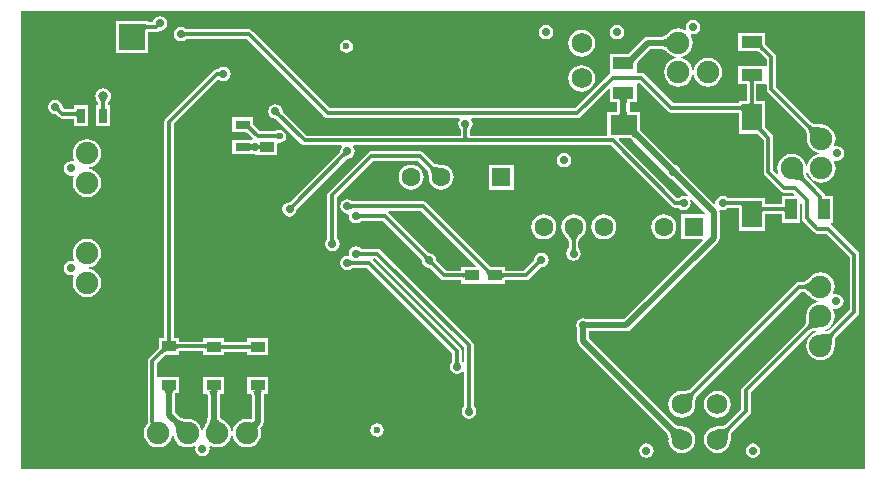
<source format=gbl>
G04*
G04 #@! TF.GenerationSoftware,Altium Limited,Altium Designer,18.1.9 (240)*
G04*
G04 Layer_Physical_Order=4*
G04 Layer_Color=16711680*
%FSLAX44Y44*%
%MOMM*%
G71*
G01*
G75*
%ADD12C,0.3000*%
%ADD18R,1.3000X0.7000*%
%ADD19R,1.3000X0.9000*%
%ADD26R,0.7000X1.3000*%
%ADD51C,0.2540*%
%ADD52C,0.5000*%
%ADD54C,1.9000*%
%ADD55C,1.7500*%
%ADD56C,1.6000*%
%ADD57R,1.6000X1.6000*%
%ADD58C,6.0000*%
%ADD59C,1.3000*%
%ADD60C,0.8000*%
%ADD61C,0.7000*%
%ADD62C,0.6000*%
%ADD75R,2.2100X2.2000*%
%ADD76R,2.3000X1.7000*%
%ADD77R,1.8000X1.0000*%
%ADD78R,1.0000X1.8000*%
%ADD79R,1.7000X2.3000*%
%ADD80R,1.2200X0.9100*%
G36*
X1280000Y508000D02*
X1279750Y507750D01*
X565750D01*
Y895250D01*
X1280000D01*
Y508000D01*
D02*
G37*
%LPC*%
G36*
X683500Y890946D02*
X681143Y890478D01*
X679145Y889143D01*
X677811Y887145D01*
X677507Y885619D01*
X673590D01*
Y887040D01*
X671127D01*
X671033Y887059D01*
X670933Y887040D01*
X670793D01*
X670743Y887045D01*
X670729Y887040D01*
X646410D01*
Y859960D01*
X673590D01*
Y877381D01*
X680212D01*
X681788Y877694D01*
X683125Y878587D01*
X683222Y878685D01*
X683500Y878630D01*
X685857Y879099D01*
X687855Y880433D01*
X689190Y882431D01*
X689658Y884788D01*
X689190Y887145D01*
X687855Y889143D01*
X685857Y890478D01*
X683500Y890946D01*
D02*
G37*
G36*
X1134750Y887808D02*
X1132393Y887340D01*
X1130395Y886005D01*
X1129061Y884007D01*
X1128592Y881650D01*
X1128957Y879811D01*
X1128923Y879756D01*
X1127878Y878951D01*
X1125393Y879980D01*
X1122250Y880394D01*
X1119107Y879980D01*
X1116178Y878767D01*
X1113663Y876837D01*
X1113430Y876534D01*
X1112900Y876020D01*
X1112202Y875412D01*
X1111522Y874891D01*
X1110864Y874452D01*
X1110229Y874094D01*
X1109620Y873812D01*
X1109034Y873601D01*
X1108470Y873456D01*
X1108037Y873389D01*
X1096424D01*
X1094458Y872998D01*
X1092790Y871884D01*
X1081389Y860482D01*
X1080513Y859670D01*
X1079784Y859088D01*
X1079142Y858641D01*
X1078966Y858540D01*
X1064210D01*
Y843460D01*
X1064539D01*
X1064730Y842887D01*
X1064751Y842190D01*
X1063587Y841413D01*
X1034794Y812619D01*
X827206D01*
X761413Y878413D01*
X760076Y879306D01*
X758500Y879619D01*
X706064D01*
X705962Y879634D01*
X705841Y879661D01*
X705751Y879688D01*
X705704Y879706D01*
X705605Y879855D01*
X703607Y881190D01*
X701250Y881658D01*
X698893Y881190D01*
X696895Y879855D01*
X695561Y877857D01*
X695092Y875500D01*
X695561Y873143D01*
X696895Y871145D01*
X698893Y869810D01*
X701250Y869342D01*
X703607Y869810D01*
X705605Y871145D01*
X705704Y871294D01*
X705751Y871312D01*
X705841Y871339D01*
X705962Y871366D01*
X706064Y871381D01*
X756794D01*
X822587Y805587D01*
X823924Y804694D01*
X825500Y804381D01*
X936303D01*
X936981Y803111D01*
X936310Y802107D01*
X935842Y799750D01*
X936310Y797393D01*
X937645Y795395D01*
X937794Y795296D01*
X937812Y795249D01*
X937839Y795159D01*
X937866Y795039D01*
X937881Y794936D01*
Y789660D01*
X937875Y789625D01*
X937840Y789619D01*
X807408D01*
X787355Y809672D01*
X787293Y809756D01*
X787227Y809860D01*
X787182Y809943D01*
X787162Y809989D01*
X787196Y810164D01*
X786728Y812521D01*
X785393Y814519D01*
X783395Y815853D01*
X781038Y816322D01*
X778681Y815853D01*
X776684Y814519D01*
X775349Y812521D01*
X774880Y810164D01*
X775349Y807807D01*
X776684Y805809D01*
X778681Y804474D01*
X781038Y804006D01*
X781213Y804040D01*
X781259Y804020D01*
X781342Y803975D01*
X781446Y803909D01*
X781530Y803847D01*
X802789Y782587D01*
X804126Y781694D01*
X805702Y781381D01*
X836675D01*
X837329Y780111D01*
X836350Y778647D01*
X835882Y776290D01*
X835911Y776143D01*
X835892Y776101D01*
X835846Y776016D01*
X835779Y775911D01*
X835716Y775827D01*
X793492Y733602D01*
X793408Y733540D01*
X793304Y733474D01*
X793221Y733429D01*
X793175Y733409D01*
X793000Y733444D01*
X790643Y732975D01*
X788645Y731640D01*
X787310Y729642D01*
X786842Y727285D01*
X787310Y724929D01*
X788645Y722931D01*
X790643Y721596D01*
X793000Y721127D01*
X795357Y721596D01*
X797355Y722931D01*
X798690Y724929D01*
X799158Y727285D01*
X799124Y727460D01*
X799144Y727506D01*
X799189Y727590D01*
X799255Y727694D01*
X799317Y727777D01*
X841520Y769980D01*
X841603Y770042D01*
X841705Y770107D01*
X841786Y770150D01*
X841837Y770172D01*
X842040Y770132D01*
X844397Y770600D01*
X846395Y771935D01*
X847729Y773933D01*
X848198Y776290D01*
X847729Y778647D01*
X846751Y780111D01*
X847405Y781381D01*
X1064794D01*
X1116337Y729837D01*
X1117674Y728944D01*
X1119250Y728631D01*
X1121936D01*
X1122038Y728616D01*
X1122159Y728589D01*
X1122249Y728562D01*
X1122296Y728544D01*
X1122395Y728395D01*
X1124393Y727060D01*
X1126750Y726592D01*
X1129107Y727060D01*
X1131105Y728395D01*
X1132439Y730393D01*
X1132908Y732750D01*
X1132439Y735107D01*
X1132157Y735530D01*
X1133143Y736340D01*
X1145173Y724310D01*
X1144647Y723040D01*
X1124710D01*
Y701960D01*
X1142192D01*
X1142678Y700787D01*
X1076030Y634139D01*
X1044931D01*
X1044107Y634690D01*
X1041750Y635158D01*
X1039393Y634690D01*
X1037395Y633355D01*
X1036060Y631357D01*
X1035592Y629000D01*
X1036060Y626643D01*
X1036611Y625819D01*
Y615750D01*
X1037002Y613783D01*
X1038116Y612116D01*
X1112447Y537786D01*
X1112669Y537490D01*
X1112948Y537034D01*
X1113195Y536533D01*
X1113409Y535983D01*
X1113588Y535377D01*
X1113732Y534714D01*
X1113835Y533990D01*
X1113895Y533207D01*
X1113906Y532580D01*
X1113863Y532250D01*
X1114251Y529303D01*
X1115388Y526556D01*
X1117198Y524198D01*
X1119556Y522388D01*
X1122303Y521251D01*
X1125250Y520863D01*
X1128197Y521251D01*
X1130944Y522388D01*
X1133302Y524198D01*
X1135112Y526556D01*
X1136249Y529303D01*
X1136637Y532250D01*
X1136249Y535197D01*
X1135112Y537944D01*
X1133302Y540302D01*
X1130944Y542112D01*
X1128197Y543249D01*
X1125250Y543637D01*
X1124920Y543594D01*
X1124293Y543605D01*
X1123510Y543665D01*
X1122786Y543769D01*
X1122123Y543912D01*
X1121517Y544091D01*
X1120967Y544305D01*
X1120466Y544552D01*
X1120010Y544831D01*
X1119714Y545053D01*
X1046889Y617878D01*
Y623861D01*
X1078158D01*
X1080125Y624252D01*
X1081792Y625366D01*
X1155634Y699208D01*
X1156748Y700875D01*
X1157139Y702842D01*
Y724750D01*
X1156898Y725963D01*
X1156915Y726002D01*
X1157998Y726940D01*
X1159750Y726592D01*
X1162107Y727060D01*
X1164105Y728395D01*
X1164204Y728544D01*
X1164250Y728562D01*
X1164341Y728589D01*
X1164462Y728616D01*
X1164564Y728631D01*
X1173210D01*
Y708960D01*
X1195290D01*
Y723131D01*
X1210210D01*
Y715710D01*
X1225290D01*
Y732025D01*
X1226560Y732703D01*
X1226631Y732656D01*
Y720000D01*
X1226944Y718424D01*
X1227837Y717087D01*
X1237087Y707837D01*
X1238424Y706944D01*
X1240000Y706631D01*
X1247544D01*
X1267131Y687044D01*
Y642206D01*
X1250052Y625128D01*
X1250047Y625123D01*
X1249722Y624915D01*
X1249272Y624697D01*
X1248692Y624486D01*
X1247983Y624292D01*
X1247148Y624126D01*
X1246631Y624055D01*
X1246296Y625290D01*
X1248572Y626233D01*
X1251087Y628163D01*
X1253017Y630678D01*
X1254230Y633607D01*
X1254644Y636750D01*
X1254230Y639893D01*
X1253201Y642378D01*
X1254006Y643423D01*
X1254061Y643457D01*
X1255900Y643092D01*
X1258257Y643560D01*
X1260255Y644895D01*
X1261590Y646893D01*
X1262058Y649250D01*
X1261590Y651607D01*
X1260255Y653605D01*
X1258257Y654940D01*
X1255900Y655408D01*
X1254061Y655043D01*
X1254006Y655077D01*
X1253201Y656122D01*
X1254230Y658607D01*
X1254644Y661750D01*
X1254230Y664893D01*
X1253017Y667822D01*
X1251087Y670337D01*
X1248572Y672267D01*
X1245643Y673480D01*
X1242500Y673894D01*
X1239357Y673480D01*
X1236428Y672267D01*
X1233913Y670337D01*
X1233668Y670018D01*
X1232958Y669317D01*
X1231210Y667781D01*
X1230462Y667215D01*
X1229754Y666741D01*
X1229116Y666377D01*
X1228556Y666117D01*
X1228085Y665952D01*
X1227708Y665870D01*
X1227700Y665869D01*
X1224750D01*
X1223174Y665556D01*
X1221837Y664663D01*
X1131945Y574771D01*
X1131663Y574586D01*
X1131262Y574387D01*
X1130748Y574192D01*
X1130121Y574013D01*
X1129381Y573859D01*
X1128561Y573740D01*
X1126491Y573598D01*
X1125600Y573591D01*
X1125250Y573637D01*
X1122303Y573249D01*
X1119556Y572112D01*
X1117198Y570302D01*
X1115388Y567944D01*
X1114251Y565197D01*
X1113863Y562250D01*
X1114251Y559303D01*
X1115388Y556556D01*
X1117198Y554198D01*
X1119556Y552388D01*
X1122303Y551251D01*
X1125250Y550863D01*
X1128197Y551251D01*
X1130944Y552388D01*
X1133302Y554198D01*
X1135112Y556556D01*
X1136249Y559303D01*
X1136637Y562250D01*
X1136596Y562563D01*
X1136650Y564603D01*
X1136736Y565532D01*
X1136859Y566381D01*
X1137013Y567121D01*
X1137192Y567749D01*
X1137387Y568262D01*
X1137586Y568662D01*
X1137770Y568945D01*
X1226456Y657631D01*
X1227700D01*
X1227708Y657630D01*
X1228085Y657548D01*
X1228556Y657383D01*
X1229116Y657123D01*
X1229754Y656759D01*
X1230462Y656286D01*
X1231210Y655719D01*
X1232958Y654183D01*
X1233668Y653482D01*
X1233913Y653163D01*
X1236428Y651233D01*
X1239357Y650020D01*
X1240340Y649891D01*
Y648609D01*
X1239357Y648480D01*
X1236428Y647267D01*
X1233913Y645337D01*
X1231983Y642822D01*
X1230770Y639893D01*
X1230356Y636750D01*
X1230409Y636351D01*
X1230402Y635354D01*
X1230252Y633031D01*
X1230124Y632102D01*
X1229958Y631267D01*
X1229764Y630558D01*
X1229553Y629978D01*
X1229335Y629528D01*
X1229127Y629203D01*
X1229123Y629198D01*
X1176837Y576913D01*
X1175944Y575576D01*
X1175631Y574000D01*
Y558456D01*
X1161945Y544771D01*
X1161663Y544586D01*
X1161262Y544387D01*
X1160748Y544192D01*
X1160121Y544013D01*
X1159381Y543859D01*
X1158561Y543740D01*
X1156491Y543598D01*
X1155600Y543591D01*
X1155250Y543637D01*
X1152303Y543249D01*
X1149556Y542112D01*
X1147198Y540302D01*
X1145388Y537944D01*
X1144251Y535197D01*
X1143863Y532250D01*
X1144251Y529303D01*
X1145388Y526556D01*
X1147198Y524198D01*
X1149556Y522388D01*
X1152303Y521251D01*
X1155250Y520863D01*
X1158197Y521251D01*
X1160944Y522388D01*
X1163302Y524198D01*
X1165112Y526556D01*
X1166249Y529303D01*
X1166637Y532250D01*
X1166596Y532563D01*
X1166650Y534603D01*
X1166736Y535532D01*
X1166859Y536381D01*
X1167013Y537121D01*
X1167192Y537749D01*
X1167387Y538262D01*
X1167586Y538662D01*
X1167770Y538945D01*
X1182663Y553837D01*
X1183556Y555174D01*
X1183869Y556750D01*
Y572294D01*
X1234948Y623372D01*
X1234953Y623377D01*
X1235278Y623585D01*
X1235728Y623803D01*
X1236308Y624014D01*
X1237017Y624208D01*
X1237852Y624374D01*
X1238369Y624445D01*
X1238704Y623209D01*
X1236428Y622267D01*
X1233913Y620337D01*
X1231983Y617822D01*
X1230770Y614893D01*
X1230356Y611750D01*
X1230770Y608607D01*
X1231983Y605678D01*
X1233913Y603163D01*
X1236428Y601233D01*
X1239357Y600020D01*
X1242500Y599606D01*
X1245643Y600020D01*
X1248572Y601233D01*
X1251087Y603163D01*
X1253017Y605678D01*
X1254230Y608607D01*
X1254644Y611750D01*
X1254591Y612149D01*
X1254598Y613146D01*
X1254748Y615469D01*
X1254876Y616398D01*
X1255042Y617233D01*
X1255236Y617943D01*
X1255447Y618522D01*
X1255665Y618972D01*
X1255873Y619297D01*
X1255878Y619302D01*
X1274163Y637587D01*
X1275056Y638924D01*
X1275369Y640500D01*
Y688750D01*
X1275056Y690326D01*
X1274163Y691663D01*
X1252163Y713663D01*
X1250999Y714440D01*
X1251020Y715137D01*
X1251210Y715710D01*
X1253290D01*
Y738790D01*
X1246189D01*
X1246027Y739605D01*
X1245134Y740942D01*
X1231628Y754448D01*
X1231623Y754453D01*
X1231415Y754778D01*
X1231197Y755228D01*
X1230986Y755807D01*
X1230792Y756517D01*
X1230626Y757352D01*
X1230555Y757868D01*
X1231790Y758204D01*
X1232733Y755928D01*
X1234663Y753413D01*
X1237178Y751483D01*
X1240107Y750270D01*
X1243250Y749856D01*
X1246393Y750270D01*
X1249322Y751483D01*
X1251837Y753413D01*
X1253767Y755928D01*
X1254980Y758857D01*
X1255394Y762000D01*
X1254980Y765143D01*
X1253951Y767628D01*
X1254756Y768673D01*
X1254811Y768707D01*
X1256650Y768342D01*
X1259007Y768811D01*
X1261005Y770145D01*
X1262339Y772143D01*
X1262808Y774500D01*
X1262339Y776857D01*
X1261005Y778855D01*
X1259007Y780190D01*
X1256650Y780658D01*
X1254811Y780293D01*
X1254756Y780327D01*
X1253951Y781372D01*
X1254980Y783857D01*
X1255394Y787000D01*
X1254980Y790143D01*
X1253767Y793072D01*
X1251837Y795587D01*
X1249322Y797517D01*
X1246393Y798730D01*
X1243250Y799144D01*
X1242851Y799091D01*
X1241854Y799098D01*
X1239531Y799248D01*
X1238602Y799376D01*
X1237767Y799542D01*
X1237057Y799736D01*
X1236478Y799947D01*
X1236028Y800165D01*
X1235703Y800373D01*
X1235698Y800378D01*
X1205119Y830956D01*
Y856000D01*
X1204806Y857576D01*
X1203913Y858913D01*
X1196666Y866160D01*
X1196200Y866661D01*
X1195890Y867049D01*
X1195790Y867193D01*
Y867926D01*
X1195809Y868023D01*
X1195790Y868120D01*
Y876290D01*
X1172710D01*
Y861210D01*
X1188880D01*
X1188977Y861191D01*
X1189074Y861210D01*
X1189808D01*
X1189922Y861131D01*
X1190717Y860458D01*
X1196881Y854294D01*
Y848723D01*
X1195790Y848290D01*
X1195611Y848290D01*
X1172710D01*
Y833210D01*
X1180131D01*
Y819165D01*
X1173210D01*
Y817369D01*
X1117956D01*
X1093913Y841413D01*
X1092576Y842306D01*
X1091000Y842619D01*
X1088212D01*
X1087290Y843460D01*
X1087290Y843889D01*
Y851458D01*
X1087691Y852029D01*
X1088947Y853505D01*
X1098553Y863111D01*
X1108037D01*
X1108470Y863044D01*
X1109034Y862899D01*
X1109620Y862688D01*
X1110230Y862406D01*
X1110864Y862048D01*
X1111522Y861609D01*
X1112202Y861088D01*
X1112900Y860480D01*
X1113430Y859967D01*
X1113663Y859663D01*
X1116178Y857733D01*
X1119107Y856520D01*
X1120090Y856391D01*
Y855109D01*
X1119107Y854980D01*
X1116178Y853767D01*
X1113663Y851837D01*
X1111733Y849322D01*
X1110520Y846393D01*
X1110106Y843250D01*
X1110520Y840107D01*
X1111733Y837178D01*
X1113663Y834663D01*
X1116178Y832733D01*
X1119107Y831520D01*
X1122250Y831106D01*
X1125393Y831520D01*
X1128322Y832733D01*
X1130837Y834663D01*
X1132767Y837178D01*
X1133980Y840107D01*
X1134109Y841090D01*
X1135390D01*
X1135520Y840107D01*
X1136733Y837178D01*
X1138663Y834663D01*
X1141178Y832733D01*
X1144107Y831520D01*
X1147250Y831106D01*
X1150393Y831520D01*
X1153322Y832733D01*
X1155837Y834663D01*
X1157767Y837178D01*
X1158980Y840107D01*
X1159394Y843250D01*
X1158980Y846393D01*
X1157767Y849322D01*
X1155837Y851837D01*
X1153322Y853767D01*
X1150393Y854980D01*
X1147250Y855394D01*
X1144107Y854980D01*
X1141178Y853767D01*
X1138663Y851837D01*
X1136733Y849322D01*
X1135520Y846393D01*
X1135390Y845410D01*
X1134109D01*
X1133980Y846393D01*
X1132767Y849322D01*
X1130837Y851837D01*
X1128322Y853767D01*
X1125393Y854980D01*
X1124410Y855109D01*
Y856391D01*
X1125393Y856520D01*
X1128322Y857733D01*
X1130837Y859663D01*
X1132767Y862178D01*
X1133980Y865107D01*
X1134394Y868250D01*
X1133980Y871393D01*
X1132767Y874322D01*
X1132523Y874640D01*
X1133240Y875792D01*
X1134750Y875492D01*
X1137107Y875960D01*
X1139105Y877295D01*
X1140440Y879293D01*
X1140908Y881650D01*
X1140440Y884007D01*
X1139105Y886005D01*
X1137107Y887340D01*
X1134750Y887808D01*
D02*
G37*
G36*
X1070250Y883558D02*
X1067893Y883090D01*
X1065895Y881755D01*
X1064560Y879757D01*
X1064092Y877400D01*
X1064560Y875043D01*
X1065895Y873045D01*
X1067893Y871710D01*
X1070250Y871242D01*
X1072607Y871710D01*
X1074605Y873045D01*
X1075939Y875043D01*
X1076408Y877400D01*
X1075939Y879757D01*
X1074605Y881755D01*
X1072607Y883090D01*
X1070250Y883558D01*
D02*
G37*
G36*
X1010250D02*
X1007893Y883090D01*
X1005895Y881755D01*
X1004560Y879757D01*
X1004092Y877400D01*
X1004560Y875043D01*
X1005895Y873045D01*
X1007893Y871710D01*
X1010250Y871242D01*
X1012607Y871710D01*
X1014605Y873045D01*
X1015939Y875043D01*
X1016408Y877400D01*
X1015939Y879757D01*
X1014605Y881755D01*
X1012607Y883090D01*
X1010250Y883558D01*
D02*
G37*
G36*
X841243Y870899D02*
X839081Y870469D01*
X837249Y869244D01*
X836024Y867412D01*
X835594Y865250D01*
X836024Y863088D01*
X837249Y861256D01*
X839081Y860032D01*
X841243Y859602D01*
X843404Y860032D01*
X845237Y861256D01*
X846461Y863088D01*
X846891Y865250D01*
X846461Y867412D01*
X845237Y869244D01*
X843404Y870469D01*
X841243Y870899D01*
D02*
G37*
G36*
X1040250Y879387D02*
X1037303Y878999D01*
X1034556Y877862D01*
X1032198Y876052D01*
X1030388Y873694D01*
X1029251Y870947D01*
X1028863Y868000D01*
X1029251Y865053D01*
X1030388Y862306D01*
X1032198Y859948D01*
X1034556Y858138D01*
X1037303Y857001D01*
X1040250Y856613D01*
X1043197Y857001D01*
X1045944Y858138D01*
X1048302Y859948D01*
X1050112Y862306D01*
X1051249Y865053D01*
X1051637Y868000D01*
X1051249Y870947D01*
X1050112Y873694D01*
X1048302Y876052D01*
X1045944Y877862D01*
X1043197Y878999D01*
X1040250Y879387D01*
D02*
G37*
G36*
X737000Y847908D02*
X734643Y847440D01*
X732645Y846105D01*
X732519Y845915D01*
X732492Y845908D01*
X732402Y845890D01*
X732191Y845869D01*
X731500D01*
X729924Y845556D01*
X728587Y844663D01*
X688087Y804163D01*
X687194Y802826D01*
X686881Y801250D01*
Y618190D01*
X682360D01*
Y609984D01*
X682294Y609889D01*
X681616Y609091D01*
X674087Y601563D01*
X673194Y600226D01*
X672881Y598650D01*
Y546954D01*
X673036Y546172D01*
X671233Y543822D01*
X670020Y540893D01*
X669606Y537750D01*
X670020Y534607D01*
X671233Y531678D01*
X673163Y529163D01*
X675678Y527233D01*
X678607Y526020D01*
X681750Y525606D01*
X684893Y526020D01*
X687822Y527233D01*
X690337Y529163D01*
X692267Y531678D01*
X693480Y534607D01*
X693609Y535590D01*
X694891D01*
X695020Y534607D01*
X696233Y531678D01*
X698163Y529163D01*
X700678Y527233D01*
X703607Y526020D01*
X706750Y525606D01*
X709893Y526020D01*
X712378Y527049D01*
X713423Y526244D01*
X713457Y526189D01*
X713092Y524350D01*
X713560Y521993D01*
X714895Y519995D01*
X716893Y518661D01*
X719250Y518192D01*
X721607Y518661D01*
X723605Y519995D01*
X724939Y521993D01*
X725408Y524350D01*
X725043Y526189D01*
X725077Y526244D01*
X726122Y527049D01*
X728607Y526020D01*
X731750Y525606D01*
X734893Y526020D01*
X737822Y527233D01*
X740337Y529163D01*
X742267Y531678D01*
X743480Y534607D01*
X743609Y535590D01*
X744891D01*
X745020Y534607D01*
X746233Y531678D01*
X748163Y529163D01*
X750678Y527233D01*
X753607Y526020D01*
X756750Y525606D01*
X759893Y526020D01*
X762822Y527233D01*
X765337Y529163D01*
X767267Y531678D01*
X768480Y534607D01*
X768894Y537750D01*
X768480Y540893D01*
X768253Y541441D01*
X768253Y541444D01*
X768230Y541540D01*
X768240Y541582D01*
X768300Y541733D01*
X768418Y541958D01*
X768603Y542246D01*
X768861Y542588D01*
X768899Y542632D01*
X769634Y543366D01*
X770748Y545033D01*
X771139Y547000D01*
Y569746D01*
X771171Y570116D01*
X771259Y570648D01*
X771360Y571024D01*
X771375Y571060D01*
X774640D01*
Y585240D01*
X757360D01*
Y571060D01*
X760626D01*
X760640Y571024D01*
X760741Y570648D01*
X760829Y570116D01*
X760861Y569746D01*
Y550454D01*
X760428Y550018D01*
X759591Y549520D01*
X756750Y549894D01*
X753607Y549480D01*
X750678Y548267D01*
X748163Y546337D01*
X746233Y543822D01*
X745020Y540893D01*
X744891Y539910D01*
X743609D01*
X743480Y540893D01*
X742267Y543822D01*
X740337Y546337D01*
X737822Y548267D01*
X737193Y548527D01*
X737143Y548568D01*
X736354Y548992D01*
X735758Y549382D01*
X735263Y549778D01*
X734861Y550177D01*
X734542Y550578D01*
X734292Y550986D01*
X734100Y551412D01*
X733961Y551870D01*
X733889Y552292D01*
Y569746D01*
X733921Y570116D01*
X734009Y570648D01*
X734110Y571024D01*
X734124Y571060D01*
X737390D01*
Y585240D01*
X720110D01*
Y571060D01*
X723376D01*
X723390Y571024D01*
X723491Y570648D01*
X723579Y570116D01*
X723611Y569746D01*
Y550491D01*
X723570Y550149D01*
X723458Y549547D01*
X723037Y548008D01*
X722771Y547243D01*
X721508Y544303D01*
X721334Y543953D01*
X721233Y543822D01*
X721058Y543398D01*
X720980Y543241D01*
X720954Y543149D01*
X720020Y540893D01*
X719891Y539910D01*
X718609D01*
X718480Y540893D01*
X717267Y543822D01*
X715337Y546337D01*
X712822Y548267D01*
X709893Y549480D01*
X706750Y549894D01*
X706371Y549844D01*
X705633Y549855D01*
X704709Y549920D01*
X703859Y550032D01*
X703084Y550187D01*
X702383Y550382D01*
X701752Y550614D01*
X701189Y550879D01*
X700687Y551175D01*
X700333Y551434D01*
X696139Y555629D01*
Y569996D01*
X696171Y570366D01*
X696259Y570898D01*
X696360Y571274D01*
X696375Y571310D01*
X699640D01*
Y585490D01*
X682389D01*
X682360Y585490D01*
X681119Y585560D01*
Y596944D01*
X687321Y603146D01*
X687818Y603608D01*
X688211Y603923D01*
X688334Y604010D01*
X699640D01*
Y606981D01*
X720110D01*
Y603760D01*
X737390D01*
Y606731D01*
X757360D01*
Y603760D01*
X774640D01*
Y617940D01*
X757360D01*
Y614969D01*
X737390D01*
Y617940D01*
X720110D01*
Y615219D01*
X699640D01*
Y618190D01*
X695119D01*
Y799544D01*
X732840Y837265D01*
X734643Y836060D01*
X737000Y835592D01*
X739357Y836060D01*
X741355Y837395D01*
X742690Y839393D01*
X743158Y841750D01*
X742690Y844107D01*
X741355Y846105D01*
X739357Y847440D01*
X737000Y847908D01*
D02*
G37*
G36*
X1040250Y849387D02*
X1037303Y848999D01*
X1034556Y847862D01*
X1032198Y846052D01*
X1030388Y843694D01*
X1029251Y840947D01*
X1028863Y838000D01*
X1029251Y835053D01*
X1030388Y832306D01*
X1032198Y829948D01*
X1034556Y828138D01*
X1037303Y827001D01*
X1040250Y826613D01*
X1043197Y827001D01*
X1045944Y828138D01*
X1048302Y829948D01*
X1050112Y832306D01*
X1051249Y835053D01*
X1051637Y838000D01*
X1051249Y840947D01*
X1050112Y843694D01*
X1048302Y846052D01*
X1045944Y847862D01*
X1043197Y848999D01*
X1040250Y849387D01*
D02*
G37*
G36*
X635250Y829596D02*
X633543Y829372D01*
X631952Y828713D01*
X630586Y827664D01*
X629537Y826298D01*
X628878Y824707D01*
X628654Y823000D01*
X628878Y821293D01*
X629537Y819702D01*
X630586Y818336D01*
X630620Y818309D01*
X630741Y818181D01*
X630829Y818071D01*
X630903Y817961D01*
X630965Y817850D01*
X631018Y817731D01*
X631064Y817600D01*
X631102Y817455D01*
X631131Y817298D01*
Y815540D01*
X629210D01*
Y797460D01*
X641290D01*
Y815540D01*
X639369D01*
Y817298D01*
X639398Y817455D01*
X639436Y817600D01*
X639482Y817731D01*
X639535Y817850D01*
X639597Y817961D01*
X639671Y818071D01*
X639759Y818181D01*
X639880Y818309D01*
X639914Y818336D01*
X640963Y819702D01*
X641622Y821293D01*
X641846Y823000D01*
X641622Y824707D01*
X640963Y826298D01*
X639914Y827664D01*
X638548Y828713D01*
X636957Y829372D01*
X635250Y829596D01*
D02*
G37*
G36*
X594750Y820158D02*
X592393Y819689D01*
X590395Y818355D01*
X589060Y816357D01*
X588592Y814000D01*
X589060Y811643D01*
X590395Y809645D01*
X592393Y808310D01*
X594750Y807842D01*
X594925Y807877D01*
X594971Y807856D01*
X595054Y807812D01*
X595158Y807745D01*
X595242Y807683D01*
X597837Y805087D01*
X599174Y804194D01*
X600750Y803881D01*
X610210D01*
Y797460D01*
X622290D01*
Y815540D01*
X610210D01*
Y812119D01*
X602456D01*
X601067Y813508D01*
X601005Y813592D01*
X600938Y813696D01*
X600894Y813779D01*
X600873Y813825D01*
X600908Y814000D01*
X600439Y816357D01*
X599105Y818355D01*
X597107Y819689D01*
X594750Y820158D01*
D02*
G37*
G36*
X762290Y805040D02*
X744210D01*
Y792960D01*
X755268D01*
X755355Y792941D01*
X755459Y792960D01*
X756228D01*
X756355Y792872D01*
X757145Y792203D01*
X762039Y787310D01*
X761513Y786040D01*
X744210D01*
Y773960D01*
X762290D01*
Y773960D01*
X762410Y774059D01*
X763500Y773842D01*
X763728Y773887D01*
X764710Y773081D01*
Y772960D01*
X782790D01*
Y782762D01*
X783772Y783567D01*
X784710Y783381D01*
X786872Y783811D01*
X788704Y785035D01*
X789929Y786868D01*
X790359Y789029D01*
X789929Y791191D01*
X788704Y793023D01*
X786872Y794248D01*
X784710Y794678D01*
X782549Y794248D01*
X780919Y793159D01*
X780900Y793156D01*
X780811Y793148D01*
X767851D01*
X763163Y797837D01*
X762694Y798341D01*
X762381Y798732D01*
X762290Y798863D01*
Y799564D01*
X762309Y799651D01*
X762290Y799755D01*
Y805040D01*
D02*
G37*
G36*
X621500Y786644D02*
X618357Y786230D01*
X615428Y785017D01*
X612913Y783087D01*
X610983Y780572D01*
X609770Y777643D01*
X609356Y774500D01*
X609770Y771357D01*
X610799Y768872D01*
X609994Y767827D01*
X609939Y767793D01*
X608100Y768158D01*
X605743Y767690D01*
X603745Y766355D01*
X602411Y764357D01*
X601942Y762000D01*
X602411Y759643D01*
X603745Y757645D01*
X605743Y756311D01*
X608100Y755842D01*
X609939Y756207D01*
X609994Y756173D01*
X610799Y755128D01*
X609770Y752643D01*
X609356Y749500D01*
X609770Y746357D01*
X610983Y743428D01*
X612913Y740913D01*
X615428Y738983D01*
X618357Y737770D01*
X621500Y737356D01*
X624643Y737770D01*
X627572Y738983D01*
X630087Y740913D01*
X632017Y743428D01*
X633230Y746357D01*
X633644Y749500D01*
X633230Y752643D01*
X632017Y755572D01*
X630087Y758087D01*
X627572Y760017D01*
X624643Y761230D01*
X623660Y761359D01*
Y762641D01*
X624643Y762770D01*
X627572Y763983D01*
X630087Y765913D01*
X632017Y768428D01*
X633230Y771357D01*
X633644Y774500D01*
X633230Y777643D01*
X632017Y780572D01*
X630087Y783087D01*
X627572Y785017D01*
X624643Y786230D01*
X621500Y786644D01*
D02*
G37*
G36*
X1025500Y774969D02*
X1023143Y774500D01*
X1021145Y773165D01*
X1019810Y771167D01*
X1019342Y768811D01*
X1019810Y766454D01*
X1021145Y764456D01*
X1023143Y763121D01*
X1025500Y762652D01*
X1027857Y763121D01*
X1029855Y764456D01*
X1031190Y766454D01*
X1031658Y768811D01*
X1031190Y771167D01*
X1029855Y773165D01*
X1027857Y774500D01*
X1025500Y774969D01*
D02*
G37*
G36*
X982740Y765040D02*
X961660D01*
Y743960D01*
X982740D01*
Y765040D01*
D02*
G37*
G36*
X903650Y776369D02*
X862250D01*
X860674Y776056D01*
X859337Y775163D01*
X826374Y742199D01*
X825481Y740863D01*
X825168Y739287D01*
Y702564D01*
X825152Y702461D01*
X825126Y702341D01*
X825099Y702251D01*
X825080Y702204D01*
X824932Y702105D01*
X823597Y700107D01*
X823128Y697750D01*
X823597Y695393D01*
X824932Y693395D01*
X826930Y692060D01*
X829287Y691592D01*
X831643Y692060D01*
X833641Y693395D01*
X834976Y695393D01*
X835445Y697750D01*
X834976Y700107D01*
X833641Y702105D01*
X833493Y702204D01*
X833475Y702251D01*
X833447Y702341D01*
X833421Y702461D01*
X833406Y702564D01*
Y737580D01*
X863956Y768131D01*
X901944D01*
X909736Y760338D01*
X909896Y760099D01*
X910077Y759747D01*
X910254Y759299D01*
X910417Y758753D01*
X910559Y758110D01*
X910668Y757402D01*
X910802Y755585D01*
X910809Y754800D01*
X910769Y754500D01*
X911131Y751749D01*
X912193Y749184D01*
X913883Y746983D01*
X916085Y745293D01*
X918649Y744231D01*
X921400Y743869D01*
X924152Y744231D01*
X926715Y745293D01*
X928917Y746983D01*
X930607Y749184D01*
X931669Y751749D01*
X932031Y754500D01*
X931669Y757252D01*
X930607Y759815D01*
X928917Y762017D01*
X926715Y763707D01*
X924152Y764769D01*
X921400Y765131D01*
X921133Y765096D01*
X919335Y765148D01*
X918530Y765227D01*
X917791Y765341D01*
X917147Y765482D01*
X916601Y765646D01*
X916153Y765823D01*
X915801Y766004D01*
X915562Y766163D01*
X906563Y775163D01*
X905226Y776056D01*
X903650Y776369D01*
D02*
G37*
G36*
X896000Y765131D02*
X893249Y764769D01*
X890685Y763707D01*
X888483Y762017D01*
X886793Y759815D01*
X885731Y757252D01*
X885369Y754500D01*
X885731Y751749D01*
X886793Y749184D01*
X888483Y746983D01*
X890685Y745293D01*
X893249Y744231D01*
X896000Y743869D01*
X898752Y744231D01*
X901316Y745293D01*
X903517Y746983D01*
X905207Y749184D01*
X906269Y751749D01*
X906631Y754500D01*
X906269Y757252D01*
X905207Y759815D01*
X903517Y762017D01*
X901316Y763707D01*
X898752Y764769D01*
X896000Y765131D01*
D02*
G37*
G36*
X1109850Y723131D02*
X1107098Y722769D01*
X1104535Y721707D01*
X1102333Y720017D01*
X1100643Y717815D01*
X1099581Y715251D01*
X1099219Y712500D01*
X1099581Y709749D01*
X1100643Y707185D01*
X1102333Y704983D01*
X1104535Y703293D01*
X1107098Y702231D01*
X1109850Y701869D01*
X1112601Y702231D01*
X1115165Y703293D01*
X1117367Y704983D01*
X1119057Y707185D01*
X1120119Y709749D01*
X1120481Y712500D01*
X1120119Y715251D01*
X1119057Y717815D01*
X1117367Y720017D01*
X1115165Y721707D01*
X1112601Y722769D01*
X1109850Y723131D01*
D02*
G37*
G36*
X1059050D02*
X1056299Y722769D01*
X1053735Y721707D01*
X1051533Y720017D01*
X1049843Y717815D01*
X1048781Y715251D01*
X1048419Y712500D01*
X1048781Y709749D01*
X1049843Y707185D01*
X1051533Y704983D01*
X1053735Y703293D01*
X1056299Y702231D01*
X1059050Y701869D01*
X1061802Y702231D01*
X1064365Y703293D01*
X1066567Y704983D01*
X1068257Y707185D01*
X1069319Y709749D01*
X1069681Y712500D01*
X1069319Y715251D01*
X1068257Y717815D01*
X1066567Y720017D01*
X1064365Y721707D01*
X1061802Y722769D01*
X1059050Y723131D01*
D02*
G37*
G36*
X1008250D02*
X1005499Y722769D01*
X1002934Y721707D01*
X1000733Y720017D01*
X999043Y717815D01*
X997981Y715251D01*
X997619Y712500D01*
X997981Y709749D01*
X999043Y707185D01*
X1000733Y704983D01*
X1002934Y703293D01*
X1005499Y702231D01*
X1008250Y701869D01*
X1011002Y702231D01*
X1013566Y703293D01*
X1015767Y704983D01*
X1017457Y707185D01*
X1018519Y709749D01*
X1018881Y712500D01*
X1018519Y715251D01*
X1017457Y717815D01*
X1015767Y720017D01*
X1013566Y721707D01*
X1011002Y722769D01*
X1008250Y723131D01*
D02*
G37*
G36*
X849250Y695908D02*
X846893Y695440D01*
X844895Y694105D01*
X843560Y692107D01*
X843092Y689750D01*
X843295Y688727D01*
X842397Y687829D01*
X842000Y687908D01*
X839643Y687439D01*
X837645Y686105D01*
X836310Y684107D01*
X835842Y681750D01*
X836310Y679393D01*
X837645Y677395D01*
X839643Y676060D01*
X842000Y675592D01*
X844357Y676060D01*
X846355Y677395D01*
X846454Y677544D01*
X846500Y677562D01*
X846591Y677589D01*
X846712Y677616D01*
X846814Y677631D01*
X858794D01*
X930631Y605794D01*
Y598814D01*
X930616Y598712D01*
X930589Y598591D01*
X930562Y598501D01*
X930544Y598454D01*
X930395Y598355D01*
X929060Y596357D01*
X928592Y594000D01*
X929060Y591643D01*
X930395Y589645D01*
X932393Y588311D01*
X934750Y587842D01*
X937107Y588311D01*
X939105Y589645D01*
X939611Y590403D01*
X940881Y590018D01*
Y560764D01*
X940866Y560662D01*
X940839Y560541D01*
X940812Y560451D01*
X940794Y560404D01*
X940645Y560305D01*
X939310Y558307D01*
X938842Y555950D01*
X939310Y553593D01*
X940645Y551595D01*
X942643Y550260D01*
X945000Y549792D01*
X947357Y550260D01*
X949355Y551595D01*
X950689Y553593D01*
X951158Y555950D01*
X950689Y558307D01*
X949355Y560305D01*
X949206Y560404D01*
X949188Y560451D01*
X949161Y560541D01*
X949134Y560662D01*
X949119Y560764D01*
Y612000D01*
X948806Y613576D01*
X947913Y614913D01*
X870163Y692663D01*
X868826Y693556D01*
X867250Y693869D01*
X854064D01*
X853961Y693884D01*
X853841Y693911D01*
X853751Y693938D01*
X853704Y693956D01*
X853605Y694105D01*
X851607Y695440D01*
X849250Y695908D01*
D02*
G37*
G36*
X1033650Y723131D02*
X1030899Y722769D01*
X1028335Y721707D01*
X1026133Y720017D01*
X1024443Y717815D01*
X1023381Y715251D01*
X1023019Y712500D01*
X1023381Y709749D01*
X1024443Y707185D01*
X1026133Y704983D01*
X1026313Y704844D01*
X1027489Y703572D01*
X1028001Y702936D01*
X1028443Y702323D01*
X1028798Y701760D01*
X1029069Y701251D01*
X1029261Y700804D01*
X1029382Y700424D01*
X1029438Y700142D01*
Y694564D01*
X1029423Y694462D01*
X1029397Y694341D01*
X1029370Y694251D01*
X1029351Y694204D01*
X1029203Y694105D01*
X1027868Y692107D01*
X1027399Y689750D01*
X1027868Y687393D01*
X1029203Y685395D01*
X1031201Y684060D01*
X1033557Y683592D01*
X1035914Y684060D01*
X1037912Y685395D01*
X1039247Y687393D01*
X1039716Y689750D01*
X1039247Y692107D01*
X1037912Y694105D01*
X1037764Y694204D01*
X1037745Y694250D01*
X1037718Y694341D01*
X1037692Y694462D01*
X1037677Y694564D01*
Y700108D01*
X1037733Y700390D01*
X1037853Y700763D01*
X1038045Y701200D01*
X1038315Y701695D01*
X1038670Y702242D01*
X1039093Y702810D01*
X1040287Y704167D01*
X1040903Y704780D01*
X1041167Y704983D01*
X1042857Y707185D01*
X1043919Y709749D01*
X1044281Y712500D01*
X1043919Y715251D01*
X1042857Y717815D01*
X1041167Y720017D01*
X1038966Y721707D01*
X1036402Y722769D01*
X1033650Y723131D01*
D02*
G37*
G36*
X621500Y702144D02*
X618357Y701730D01*
X615428Y700517D01*
X612913Y698587D01*
X610983Y696072D01*
X609770Y693143D01*
X609356Y690000D01*
X609770Y686857D01*
X610799Y684372D01*
X609994Y683326D01*
X609939Y683293D01*
X608100Y683658D01*
X605743Y683189D01*
X603745Y681855D01*
X602411Y679857D01*
X601942Y677500D01*
X602411Y675143D01*
X603745Y673145D01*
X605743Y671810D01*
X608100Y671342D01*
X609939Y671707D01*
X609994Y671674D01*
X610799Y670628D01*
X609770Y668143D01*
X609356Y665000D01*
X609770Y661857D01*
X610983Y658928D01*
X612913Y656413D01*
X615428Y654483D01*
X618357Y653270D01*
X621500Y652856D01*
X624643Y653270D01*
X627572Y654483D01*
X630087Y656413D01*
X632017Y658928D01*
X633230Y661857D01*
X633644Y665000D01*
X633230Y668143D01*
X632017Y671072D01*
X630087Y673587D01*
X627572Y675517D01*
X624643Y676730D01*
X623660Y676860D01*
Y678140D01*
X624643Y678270D01*
X627572Y679483D01*
X630087Y681413D01*
X632017Y683928D01*
X633230Y686857D01*
X633644Y690000D01*
X633230Y693143D01*
X632017Y696072D01*
X630087Y698587D01*
X627572Y700517D01*
X624643Y701730D01*
X621500Y702144D01*
D02*
G37*
G36*
X842000Y735928D02*
X839643Y735460D01*
X837645Y734125D01*
X836310Y732127D01*
X835842Y729770D01*
X836310Y727413D01*
X837645Y725415D01*
X839643Y724080D01*
X842000Y723612D01*
X842213Y723654D01*
X843293Y722574D01*
X843092Y721562D01*
X843560Y719205D01*
X844895Y717207D01*
X846893Y715872D01*
X849250Y715403D01*
X851607Y715872D01*
X853605Y717207D01*
X853704Y717355D01*
X853751Y717374D01*
X853841Y717401D01*
X853961Y717427D01*
X854064Y717442D01*
X872002D01*
X904933Y684511D01*
X904995Y684428D01*
X905061Y684324D01*
X905106Y684241D01*
X905126Y684195D01*
X905092Y684020D01*
X905560Y681663D01*
X906895Y679665D01*
X908893Y678330D01*
X911250Y677862D01*
X911425Y677896D01*
X911471Y677876D01*
X911554Y677831D01*
X911658Y677765D01*
X911742Y677703D01*
X921107Y668337D01*
X922444Y667444D01*
X924020Y667131D01*
X938460D01*
Y664210D01*
X956540D01*
X956540Y664210D01*
X957710D01*
Y664210D01*
X957810Y664210D01*
X975790D01*
Y667131D01*
X993000D01*
X994576Y667444D01*
X995913Y668337D01*
X1005758Y678183D01*
X1005842Y678245D01*
X1005946Y678311D01*
X1006029Y678356D01*
X1006075Y678376D01*
X1006250Y678342D01*
X1008607Y678811D01*
X1010605Y680145D01*
X1011940Y682143D01*
X1012408Y684500D01*
X1011940Y686857D01*
X1010605Y688855D01*
X1008607Y690190D01*
X1006250Y690658D01*
X1003893Y690190D01*
X1001895Y688855D01*
X1000561Y686857D01*
X1000092Y684500D01*
X1000126Y684325D01*
X1000106Y684279D01*
X1000062Y684196D01*
X999995Y684092D01*
X999933Y684008D01*
X991294Y675369D01*
X975790D01*
Y678290D01*
X964620D01*
X964523Y678309D01*
X964426Y678290D01*
X963692D01*
X963578Y678370D01*
X962783Y679042D01*
X909163Y732663D01*
X907826Y733556D01*
X906250Y733869D01*
X846826D01*
X846724Y733884D01*
X846605Y733911D01*
X846517Y733937D01*
X846467Y733957D01*
X846355Y734125D01*
X844357Y735460D01*
X842000Y735928D01*
D02*
G37*
G36*
X1155250Y573637D02*
X1152303Y573249D01*
X1149556Y572112D01*
X1147198Y570302D01*
X1145388Y567944D01*
X1144251Y565197D01*
X1143863Y562250D01*
X1144251Y559303D01*
X1145388Y556556D01*
X1147198Y554198D01*
X1149556Y552388D01*
X1152303Y551251D01*
X1155250Y550863D01*
X1158197Y551251D01*
X1160944Y552388D01*
X1163302Y554198D01*
X1165112Y556556D01*
X1166249Y559303D01*
X1166637Y562250D01*
X1166249Y565197D01*
X1165112Y567944D01*
X1163302Y570302D01*
X1160944Y572112D01*
X1158197Y573249D01*
X1155250Y573637D01*
D02*
G37*
G36*
X867161Y545899D02*
X864999Y545469D01*
X863167Y544244D01*
X861942Y542412D01*
X861512Y540250D01*
X861942Y538088D01*
X863167Y536256D01*
X864999Y535031D01*
X867161Y534602D01*
X869322Y535031D01*
X871155Y536256D01*
X872379Y538088D01*
X872809Y540250D01*
X872379Y542412D01*
X871155Y544244D01*
X869322Y545469D01*
X867161Y545899D01*
D02*
G37*
G36*
X1185250Y529008D02*
X1182893Y528540D01*
X1180895Y527205D01*
X1179560Y525207D01*
X1179092Y522850D01*
X1179560Y520493D01*
X1180895Y518495D01*
X1182893Y517160D01*
X1185250Y516692D01*
X1187607Y517160D01*
X1189605Y518495D01*
X1190940Y520493D01*
X1191408Y522850D01*
X1190940Y525207D01*
X1189605Y527205D01*
X1187607Y528540D01*
X1185250Y529008D01*
D02*
G37*
G36*
X1095250D02*
X1092893Y528540D01*
X1090895Y527205D01*
X1089560Y525207D01*
X1089092Y522850D01*
X1089560Y520493D01*
X1090895Y518495D01*
X1092893Y517160D01*
X1095250Y516692D01*
X1097607Y517160D01*
X1099605Y518495D01*
X1100939Y520493D01*
X1101408Y522850D01*
X1100939Y525207D01*
X1099605Y527205D01*
X1097607Y528540D01*
X1095250Y529008D01*
D02*
G37*
%LPD*%
G36*
X671049Y884190D02*
X671140Y883941D01*
X671290Y883720D01*
X671499Y883529D01*
X671769Y883367D01*
X672100Y883235D01*
X672489Y883132D01*
X672940Y883059D01*
X673449Y883015D01*
X674019Y883000D01*
Y880000D01*
X673445Y879985D01*
X672931Y879940D01*
X672477Y879865D01*
X672084Y879760D01*
X671750Y879625D01*
X671478Y879460D01*
X671265Y879265D01*
X671113Y879040D01*
X671021Y878785D01*
X670989Y878500D01*
X671020Y884470D01*
X671049Y884190D01*
D02*
G37*
G36*
X703945Y877769D02*
X704158Y877608D01*
X704389Y877466D01*
X704639Y877342D01*
X704906Y877237D01*
X705191Y877152D01*
X705494Y877085D01*
X705816Y877038D01*
X706155Y877010D01*
X706512Y877000D01*
Y874000D01*
X706155Y873990D01*
X705816Y873962D01*
X705494Y873914D01*
X705191Y873848D01*
X704906Y873763D01*
X704639Y873658D01*
X704389Y873534D01*
X704158Y873392D01*
X703945Y873231D01*
X703749Y873050D01*
Y877950D01*
X703945Y877769D01*
D02*
G37*
G36*
X1193050Y867790D02*
X1192965Y867514D01*
Y867196D01*
X1193050Y866835D01*
X1193220Y866432D01*
X1193474Y865987D01*
X1193813Y865499D01*
X1194238Y864968D01*
X1195341Y863781D01*
X1193220Y861659D01*
X1192604Y862253D01*
X1191501Y863186D01*
X1191013Y863526D01*
X1190568Y863781D01*
X1190165Y863950D01*
X1189804Y864035D01*
X1189486D01*
X1189210Y863950D01*
X1188977Y863781D01*
X1193220Y868023D01*
X1193050Y867790D01*
D02*
G37*
G36*
X1115466Y861600D02*
X1114653Y862389D01*
X1113841Y863094D01*
X1113030Y863717D01*
X1112220Y864256D01*
X1111412Y864713D01*
X1110604Y865086D01*
X1109798Y865377D01*
X1108992Y865584D01*
X1108188Y865708D01*
X1107385Y865750D01*
Y870750D01*
X1108188Y870791D01*
X1108992Y870916D01*
X1109798Y871124D01*
X1110604Y871414D01*
X1111412Y871787D01*
X1112220Y872244D01*
X1113030Y872784D01*
X1113841Y873406D01*
X1114653Y874111D01*
X1115466Y874900D01*
Y861600D01*
D02*
G37*
G36*
X1088255Y856545D02*
X1087236Y855492D01*
X1085640Y853615D01*
X1085063Y852792D01*
X1084633Y852047D01*
X1084350Y851378D01*
X1084214Y850787D01*
X1084225Y850272D01*
X1084383Y849835D01*
X1084689Y849474D01*
X1077073Y855939D01*
X1077485Y855685D01*
X1077962Y855567D01*
X1078505Y855584D01*
X1079114Y855737D01*
X1079788Y856026D01*
X1080528Y856450D01*
X1081334Y857010D01*
X1082205Y857706D01*
X1084144Y859505D01*
X1088255Y856545D01*
D02*
G37*
G36*
X1077645Y849022D02*
X1077515Y849113D01*
X1077371Y849194D01*
X1077215Y849266D01*
X1077045Y849328D01*
X1076862Y849380D01*
X1076666Y849424D01*
X1076457Y849457D01*
X1075999Y849495D01*
X1075750Y849500D01*
Y852500D01*
X1075999Y852505D01*
X1076457Y852543D01*
X1076666Y852577D01*
X1076862Y852619D01*
X1077045Y852672D01*
X1077215Y852734D01*
X1077371Y852806D01*
X1077515Y852887D01*
X1077645Y852978D01*
Y849022D01*
D02*
G37*
G36*
X1186965Y835751D02*
X1186710Y835660D01*
X1186485Y835510D01*
X1186290Y835301D01*
X1186125Y835031D01*
X1185990Y834700D01*
X1185885Y834311D01*
X1185810Y833860D01*
X1185765Y833351D01*
X1185750Y832781D01*
X1182750D01*
X1182735Y833351D01*
X1182690Y833860D01*
X1182615Y834311D01*
X1182510Y834700D01*
X1182375Y835031D01*
X1182210Y835301D01*
X1182015Y835510D01*
X1181790Y835660D01*
X1181535Y835751D01*
X1181250Y835780D01*
X1187250D01*
X1186965Y835751D01*
D02*
G37*
G36*
X1185765Y819019D02*
X1185810Y818503D01*
X1185885Y818049D01*
X1185990Y817655D01*
X1186125Y817322D01*
X1186290Y817049D01*
X1186485Y816837D01*
X1186710Y816685D01*
X1186965Y816594D01*
X1187250Y816564D01*
X1181250D01*
X1181535Y816594D01*
X1181790Y816685D01*
X1182015Y816837D01*
X1182210Y817049D01*
X1182375Y817322D01*
X1182510Y817655D01*
X1182615Y818049D01*
X1182690Y818503D01*
X1182735Y819019D01*
X1182750Y819594D01*
X1185750D01*
X1185765Y819019D01*
D02*
G37*
G36*
X1080275Y820981D02*
X1079850Y820831D01*
X1079475Y820581D01*
X1079150Y820230D01*
X1078875Y819781D01*
X1078650Y819230D01*
X1078475Y818580D01*
X1078350Y817831D01*
X1078275Y816981D01*
X1078250Y816031D01*
X1073250D01*
X1073225Y816981D01*
X1073150Y817831D01*
X1073025Y818580D01*
X1072850Y819230D01*
X1072625Y819781D01*
X1072350Y820230D01*
X1072025Y820581D01*
X1071650Y820831D01*
X1071225Y820981D01*
X1070750Y821031D01*
X1080750D01*
X1080275Y820981D01*
D02*
G37*
G36*
X1175811Y810250D02*
X1175781Y810535D01*
X1175690Y810790D01*
X1175538Y811015D01*
X1175326Y811210D01*
X1175053Y811375D01*
X1174720Y811510D01*
X1174326Y811615D01*
X1173872Y811690D01*
X1173356Y811735D01*
X1172781Y811750D01*
Y814750D01*
X1173356Y814765D01*
X1173872Y814810D01*
X1174326Y814885D01*
X1174720Y814990D01*
X1175053Y815125D01*
X1175326Y815290D01*
X1175538Y815485D01*
X1175690Y815710D01*
X1175781Y815965D01*
X1175811Y816250D01*
Y810250D01*
D02*
G37*
G36*
X1078275Y810770D02*
X1078350Y809920D01*
X1078475Y809169D01*
X1078650Y808520D01*
X1078875Y807970D01*
X1079150Y807520D01*
X1079475Y807169D01*
X1079850Y806919D01*
X1080275Y806769D01*
X1080750Y806720D01*
X1070750D01*
X1071225Y806769D01*
X1071650Y806919D01*
X1072025Y807169D01*
X1072350Y807520D01*
X1072625Y807970D01*
X1072850Y808520D01*
X1073025Y809169D01*
X1073150Y809920D01*
X1073225Y810770D01*
X1073250Y811720D01*
X1078250D01*
X1078275Y810770D01*
D02*
G37*
G36*
X784548Y809863D02*
X784585Y809598D01*
X784648Y809334D01*
X784737Y809070D01*
X784852Y808807D01*
X784993Y808545D01*
X785161Y808284D01*
X785354Y808023D01*
X785574Y807763D01*
X785820Y807504D01*
X783699Y805382D01*
X783439Y805628D01*
X783179Y805848D01*
X782918Y806041D01*
X782657Y806209D01*
X782394Y806350D01*
X782132Y806465D01*
X781868Y806554D01*
X781604Y806617D01*
X781339Y806654D01*
X781073Y806664D01*
X784538Y810129D01*
X784548Y809863D01*
D02*
G37*
G36*
X1076800Y796417D02*
X1076727Y796480D01*
X1076653Y796537D01*
X1076577Y796587D01*
X1076500Y796630D01*
X1076421Y796667D01*
X1076340Y796697D01*
X1076257Y796720D01*
X1076173Y796737D01*
X1076087Y796747D01*
X1076000Y796750D01*
Y799750D01*
X1076087Y799753D01*
X1076173Y799763D01*
X1076257Y799780D01*
X1076340Y799803D01*
X1076421Y799833D01*
X1076500Y799870D01*
X1076577Y799913D01*
X1076653Y799963D01*
X1076727Y800020D01*
X1076800Y800083D01*
Y796417D01*
D02*
G37*
G36*
X944269Y797055D02*
X944108Y796842D01*
X943966Y796611D01*
X943842Y796361D01*
X943737Y796094D01*
X943652Y795809D01*
X943586Y795506D01*
X943538Y795184D01*
X943510Y794845D01*
X943500Y794488D01*
X940500D01*
X940490Y794845D01*
X940462Y795184D01*
X940415Y795506D01*
X940348Y795809D01*
X940263Y796094D01*
X940158Y796361D01*
X940034Y796611D01*
X939892Y796842D01*
X939731Y797055D01*
X939550Y797251D01*
X944450D01*
X944269Y797055D01*
D02*
G37*
G36*
X1192553Y797737D02*
X1192471Y797459D01*
X1192473Y797139D01*
X1192559Y796777D01*
X1192729Y796374D01*
X1192983Y795928D01*
X1193322Y795442D01*
X1193744Y794913D01*
X1194841Y793731D01*
X1192795Y791534D01*
X1192177Y792132D01*
X1191069Y793070D01*
X1190580Y793410D01*
X1190134Y793665D01*
X1189732Y793834D01*
X1189372Y793918D01*
X1189056Y793916D01*
X1188783Y793829D01*
X1188553Y793655D01*
X1192719Y797974D01*
X1192553Y797737D01*
D02*
G37*
G36*
X1064210Y828725D02*
Y818460D01*
X1070367D01*
X1070391Y818400D01*
X1070491Y818030D01*
X1070579Y817503D01*
X1070611Y817138D01*
Y810612D01*
X1070579Y810247D01*
X1070491Y809720D01*
X1070391Y809350D01*
X1070367Y809290D01*
X1061960D01*
Y789619D01*
X946160D01*
X946125Y789625D01*
X946119Y789660D01*
Y794936D01*
X946134Y795038D01*
X946161Y795159D01*
X946188Y795249D01*
X946206Y795296D01*
X946355Y795395D01*
X947690Y797393D01*
X948158Y799750D01*
X947690Y802107D01*
X947019Y803111D01*
X947697Y804381D01*
X1036500D01*
X1038076Y804694D01*
X1039413Y805587D01*
X1063037Y829211D01*
X1064210Y828725D01*
D02*
G37*
G36*
X1234155Y798289D02*
X1234762Y797900D01*
X1235467Y797559D01*
X1236271Y797266D01*
X1237172Y797020D01*
X1238172Y796821D01*
X1239271Y796669D01*
X1241762Y796509D01*
X1243155Y796499D01*
X1233751Y787095D01*
X1233741Y788488D01*
X1233580Y790979D01*
X1233429Y792078D01*
X1233230Y793078D01*
X1232984Y793979D01*
X1232691Y794783D01*
X1232350Y795488D01*
X1231961Y796095D01*
X1231526Y796603D01*
X1233647Y798724D01*
X1234155Y798289D01*
D02*
G37*
G36*
X1087137Y795988D02*
X1086981Y795548D01*
X1086972Y795031D01*
X1087109Y794439D01*
X1087392Y793770D01*
X1087822Y793025D01*
X1088398Y792203D01*
X1089121Y791305D01*
X1091005Y789280D01*
X1086970Y786245D01*
X1085964Y787215D01*
X1084152Y788747D01*
X1083345Y789309D01*
X1082605Y789734D01*
X1081931Y790022D01*
X1081323Y790174D01*
X1080782Y790189D01*
X1080307Y790068D01*
X1079898Y789811D01*
X1087439Y796351D01*
X1087137Y795988D01*
D02*
G37*
G36*
X943530Y789430D02*
X943620Y788920D01*
X943770Y788470D01*
X943980Y788080D01*
X944250Y787750D01*
X944580Y787480D01*
X944970Y787270D01*
X945420Y787120D01*
X945930Y787030D01*
X946500Y787000D01*
X942000Y784000D01*
X937500Y787000D01*
X938070Y787030D01*
X938580Y787120D01*
X939030Y787270D01*
X939420Y787480D01*
X939750Y787750D01*
X940020Y788080D01*
X940230Y788470D01*
X940380Y788920D01*
X940470Y789430D01*
X940500Y790000D01*
X943500D01*
X943530Y789430D01*
D02*
G37*
G36*
X841980Y772791D02*
X841714Y772782D01*
X841449Y772747D01*
X841185Y772685D01*
X840921Y772598D01*
X840658Y772484D01*
X840396Y772343D01*
X840134Y772176D01*
X839873Y771983D01*
X839613Y771764D01*
X839354Y771518D01*
X837249Y773656D01*
X837495Y773915D01*
X837715Y774175D01*
X837909Y774436D01*
X838077Y774697D01*
X838219Y774959D01*
X838335Y775222D01*
X838425Y775485D01*
X838490Y775750D01*
X838528Y776014D01*
X838540Y776280D01*
X841980Y772791D01*
D02*
G37*
G36*
X1195611Y833210D02*
X1195790Y833210D01*
X1196881Y832778D01*
Y829250D01*
X1197194Y827674D01*
X1198087Y826337D01*
X1229872Y794552D01*
X1229877Y794547D01*
X1230085Y794222D01*
X1230303Y793772D01*
X1230514Y793193D01*
X1230708Y792483D01*
X1230874Y791648D01*
X1231002Y790719D01*
X1231152Y788396D01*
X1231159Y787399D01*
X1231106Y787000D01*
X1231520Y783857D01*
X1232733Y780928D01*
X1234663Y778413D01*
X1237178Y776483D01*
X1240107Y775270D01*
X1241090Y775141D01*
Y773859D01*
X1240107Y773730D01*
X1237178Y772517D01*
X1234663Y770587D01*
X1232733Y768072D01*
X1231520Y765143D01*
X1231391Y764160D01*
X1230109D01*
X1229980Y765143D01*
X1228767Y768072D01*
X1226837Y770587D01*
X1224322Y772517D01*
X1221393Y773730D01*
X1218250Y774144D01*
X1215107Y773730D01*
X1212178Y772517D01*
X1209663Y770587D01*
X1207733Y768072D01*
X1206520Y765143D01*
X1206106Y762000D01*
X1206520Y758857D01*
X1206877Y757994D01*
X1205801Y757275D01*
X1202619Y760456D01*
Y787951D01*
X1202306Y789527D01*
X1201413Y790864D01*
X1196169Y796107D01*
X1195707Y796605D01*
X1195399Y796991D01*
X1195290Y797147D01*
Y797916D01*
X1195309Y798020D01*
X1195290Y798107D01*
Y819165D01*
X1188369D01*
Y833210D01*
X1195611D01*
D02*
G37*
G36*
X1227759Y760512D02*
X1227919Y758021D01*
X1228071Y756922D01*
X1228270Y755922D01*
X1228516Y755021D01*
X1228809Y754217D01*
X1229150Y753512D01*
X1229539Y752906D01*
X1229974Y752397D01*
X1227853Y750276D01*
X1227345Y750711D01*
X1226738Y751100D01*
X1226033Y751441D01*
X1225229Y751734D01*
X1224327Y751980D01*
X1223328Y752179D01*
X1222229Y752330D01*
X1219738Y752491D01*
X1218345Y752501D01*
X1227749Y761905D01*
X1227759Y760512D01*
D02*
G37*
G36*
X1081958Y787119D02*
X1082573Y786691D01*
X1083988Y785494D01*
X1112179Y757304D01*
X1112310Y756643D01*
X1113645Y754645D01*
X1115643Y753310D01*
X1116304Y753179D01*
X1130340Y739143D01*
X1129530Y738157D01*
X1129107Y738439D01*
X1126750Y738908D01*
X1124393Y738439D01*
X1122395Y737105D01*
X1122296Y736956D01*
X1122250Y736938D01*
X1122159Y736911D01*
X1122038Y736884D01*
X1121936Y736869D01*
X1120956D01*
X1071789Y786037D01*
X1072275Y787210D01*
X1081799D01*
X1081958Y787119D01*
D02*
G37*
G36*
X1243724Y737680D02*
X1243798Y736650D01*
X1243832Y736485D01*
X1243873Y736356D01*
X1243919Y736264D01*
X1243972Y736208D01*
X1244031Y736189D01*
X1240780Y736219D01*
X1240721Y738029D01*
X1243721D01*
X1243724Y737680D01*
D02*
G37*
G36*
X1113337Y810337D02*
X1114674Y809444D01*
X1116250Y809131D01*
X1173210D01*
Y791085D01*
X1188494D01*
X1188599Y791066D01*
X1188686Y791085D01*
X1189387D01*
X1189489Y791014D01*
X1190289Y790337D01*
X1194381Y786245D01*
Y758750D01*
X1194694Y757174D01*
X1195587Y755837D01*
X1208837Y742587D01*
X1210174Y741694D01*
X1211750Y741381D01*
X1219044D01*
X1220461Y739963D01*
X1219975Y738790D01*
X1210210D01*
Y731369D01*
X1195290D01*
Y737040D01*
X1175864D01*
X1175764Y737059D01*
X1175670Y737040D01*
X1173210D01*
Y736869D01*
X1164564D01*
X1164462Y736884D01*
X1164341Y736911D01*
X1164251Y736938D01*
X1164204Y736956D01*
X1164105Y737105D01*
X1162107Y738439D01*
X1159750Y738908D01*
X1157393Y738439D01*
X1155395Y737105D01*
X1154060Y735107D01*
X1153592Y732750D01*
X1153723Y732091D01*
X1152552Y731465D01*
X1123945Y760072D01*
X1123689Y761357D01*
X1122355Y763355D01*
X1120357Y764689D01*
X1119072Y764945D01*
X1091939Y792079D01*
X1091080Y793001D01*
X1090469Y793760D01*
X1090040Y794372D01*
Y809290D01*
X1081133D01*
X1081108Y809350D01*
X1081009Y809720D01*
X1080921Y810247D01*
X1080889Y810612D01*
Y817138D01*
X1080921Y817503D01*
X1081009Y818030D01*
X1081108Y818400D01*
X1081133Y818460D01*
X1087290D01*
Y833540D01*
X1088212Y834381D01*
X1089294D01*
X1113337Y810337D01*
D02*
G37*
G36*
X1162445Y735020D02*
X1162658Y734858D01*
X1162889Y734715D01*
X1163139Y734592D01*
X1163406Y734488D01*
X1163691Y734402D01*
X1163994Y734335D01*
X1164316Y734288D01*
X1164655Y734259D01*
X1165012Y734250D01*
Y731250D01*
X1164655Y731240D01*
X1164316Y731212D01*
X1163994Y731164D01*
X1163691Y731098D01*
X1163406Y731012D01*
X1163139Y730908D01*
X1162889Y730785D01*
X1162658Y730642D01*
X1162445Y730480D01*
X1162250Y730300D01*
Y735200D01*
X1162445Y735020D01*
D02*
G37*
G36*
X1124250Y730300D02*
X1124055Y730480D01*
X1123842Y730642D01*
X1123611Y730785D01*
X1123362Y730908D01*
X1123094Y731012D01*
X1122809Y731098D01*
X1122506Y731164D01*
X1122184Y731212D01*
X1121845Y731240D01*
X1121488Y731250D01*
Y734250D01*
X1121845Y734259D01*
X1122184Y734288D01*
X1122506Y734335D01*
X1122809Y734402D01*
X1123094Y734488D01*
X1123362Y734592D01*
X1123611Y734715D01*
X1123842Y734858D01*
X1124055Y735020D01*
X1124250Y735200D01*
Y730300D01*
D02*
G37*
G36*
X1175811Y729750D02*
X1175779Y730035D01*
X1175687Y730290D01*
X1175534Y730515D01*
X1175321Y730710D01*
X1175049Y730875D01*
X1174715Y731010D01*
X1174322Y731115D01*
X1173868Y731190D01*
X1173354Y731235D01*
X1172781Y731250D01*
Y734250D01*
X1173351Y734252D01*
X1175660Y734390D01*
X1175751Y734428D01*
X1175780Y734470D01*
X1175811Y729750D01*
D02*
G37*
G36*
X797782Y729946D02*
X797536Y729686D01*
X797316Y729426D01*
X797122Y729165D01*
X796955Y728904D01*
X796814Y728642D01*
X796699Y728379D01*
X796610Y728115D01*
X796547Y727851D01*
X796510Y727586D01*
X796500Y727320D01*
X793035Y730785D01*
X793301Y730796D01*
X793566Y730832D01*
X793830Y730895D01*
X794094Y730984D01*
X794357Y731099D01*
X794619Y731240D01*
X794880Y731408D01*
X795141Y731601D01*
X795401Y731821D01*
X795660Y732067D01*
X797782Y729946D01*
D02*
G37*
G36*
X1212781Y724250D02*
X1212750Y724535D01*
X1212661Y724790D01*
X1212511Y725015D01*
X1212300Y725210D01*
X1212030Y725375D01*
X1211701Y725510D01*
X1211311Y725615D01*
X1210861Y725690D01*
X1210350Y725735D01*
X1209781Y725750D01*
Y728750D01*
X1210350Y728765D01*
X1210861Y728810D01*
X1211311Y728885D01*
X1211701Y728990D01*
X1212030Y729125D01*
X1212300Y729290D01*
X1212511Y729485D01*
X1212661Y729710D01*
X1212750Y729965D01*
X1212781Y730250D01*
Y724250D01*
D02*
G37*
G36*
X1192749Y729965D02*
X1192840Y729710D01*
X1192990Y729485D01*
X1193199Y729290D01*
X1193469Y729125D01*
X1193800Y728990D01*
X1194190Y728885D01*
X1194640Y728810D01*
X1195150Y728765D01*
X1195720Y728750D01*
Y725750D01*
X1195150Y725735D01*
X1194640Y725690D01*
X1194190Y725615D01*
X1193800Y725510D01*
X1193469Y725375D01*
X1193199Y725210D01*
X1192990Y725015D01*
X1192840Y724790D01*
X1192749Y724535D01*
X1192719Y724250D01*
Y730250D01*
X1192749Y729965D01*
D02*
G37*
G36*
X1235716Y655100D02*
X1234724Y656078D01*
X1232849Y657727D01*
X1231965Y658396D01*
X1231117Y658962D01*
X1230306Y659426D01*
X1229530Y659787D01*
X1228791Y660044D01*
X1228087Y660199D01*
X1227419Y660250D01*
Y663250D01*
X1228087Y663301D01*
X1228791Y663456D01*
X1229530Y663714D01*
X1230306Y664074D01*
X1231117Y664538D01*
X1231965Y665104D01*
X1232849Y665773D01*
X1234724Y667421D01*
X1235716Y668400D01*
Y655100D01*
D02*
G37*
G36*
X1242405Y627251D02*
X1241012Y627241D01*
X1238521Y627080D01*
X1237422Y626929D01*
X1236422Y626730D01*
X1235521Y626484D01*
X1234717Y626191D01*
X1234012Y625850D01*
X1233406Y625461D01*
X1232897Y625026D01*
X1230776Y627147D01*
X1231211Y627655D01*
X1231600Y628262D01*
X1231941Y628967D01*
X1232234Y629771D01*
X1232480Y630672D01*
X1232679Y631672D01*
X1232831Y632771D01*
X1232991Y635262D01*
X1233000Y636655D01*
X1242405Y627251D01*
D02*
G37*
G36*
X1254224Y621353D02*
X1253789Y620845D01*
X1253400Y620238D01*
X1253059Y619533D01*
X1252766Y618729D01*
X1252520Y617828D01*
X1252321Y616828D01*
X1252169Y615729D01*
X1252009Y613238D01*
X1252000Y611845D01*
X1242595Y621250D01*
X1243988Y621259D01*
X1246479Y621419D01*
X1247578Y621571D01*
X1248578Y621770D01*
X1249479Y622016D01*
X1250283Y622309D01*
X1250988Y622650D01*
X1251595Y623039D01*
X1252103Y623474D01*
X1254224Y621353D01*
D02*
G37*
G36*
X1136119Y570997D02*
X1135704Y570518D01*
X1135335Y569952D01*
X1135011Y569301D01*
X1134731Y568563D01*
X1134497Y567740D01*
X1134307Y566832D01*
X1134163Y565837D01*
X1134064Y564756D01*
X1134000Y562337D01*
X1125338Y570999D01*
X1126590Y571009D01*
X1128837Y571163D01*
X1129831Y571307D01*
X1130740Y571497D01*
X1131563Y571731D01*
X1132301Y572011D01*
X1132952Y572335D01*
X1133518Y572704D01*
X1133997Y573119D01*
X1136119Y570997D01*
D02*
G37*
G36*
X1166118Y540997D02*
X1165704Y540518D01*
X1165335Y539952D01*
X1165011Y539301D01*
X1164731Y538563D01*
X1164497Y537740D01*
X1164307Y536832D01*
X1164163Y535837D01*
X1164064Y534756D01*
X1164000Y532337D01*
X1155338Y541000D01*
X1156590Y541009D01*
X1158837Y541163D01*
X1159831Y541307D01*
X1160740Y541497D01*
X1161563Y541731D01*
X1162301Y542011D01*
X1162952Y542335D01*
X1163518Y542704D01*
X1163997Y543119D01*
X1166118Y540997D01*
D02*
G37*
G36*
X1117942Y543145D02*
X1118555Y542686D01*
X1119215Y542281D01*
X1119923Y541933D01*
X1120678Y541639D01*
X1121480Y541401D01*
X1122330Y541218D01*
X1123227Y541090D01*
X1124171Y541017D01*
X1125163Y541000D01*
X1116500Y532337D01*
X1116483Y533329D01*
X1116410Y534273D01*
X1116282Y535170D01*
X1116099Y536020D01*
X1115861Y536822D01*
X1115567Y537577D01*
X1115219Y538285D01*
X1114814Y538945D01*
X1114355Y539558D01*
X1113841Y540124D01*
X1117376Y543659D01*
X1117942Y543145D01*
D02*
G37*
G36*
X734391Y839417D02*
X734230Y839575D01*
X734047Y839717D01*
X733839Y839842D01*
X733609Y839950D01*
X733355Y840042D01*
X733078Y840117D01*
X732778Y840175D01*
X732455Y840217D01*
X732108Y840242D01*
X731738Y840250D01*
Y843250D01*
X732108Y843258D01*
X732778Y843325D01*
X733078Y843383D01*
X733355Y843458D01*
X733609Y843550D01*
X733839Y843658D01*
X734047Y843783D01*
X734230Y843925D01*
X734391Y844083D01*
Y839417D01*
D02*
G37*
G36*
X692515Y618050D02*
X692560Y617539D01*
X692635Y617090D01*
X692740Y616699D01*
X692875Y616370D01*
X693040Y616100D01*
X693235Y615890D01*
X693460Y615740D01*
X693715Y615649D01*
X694000Y615620D01*
X688000D01*
X688285Y615649D01*
X688540Y615740D01*
X688765Y615890D01*
X688960Y616100D01*
X689125Y616370D01*
X689260Y616699D01*
X689365Y617090D01*
X689440Y617539D01*
X689485Y618050D01*
X689500Y618619D01*
X692500D01*
X692515Y618050D01*
D02*
G37*
G36*
X722711Y608100D02*
X722681Y608385D01*
X722590Y608640D01*
X722438Y608865D01*
X722226Y609060D01*
X721953Y609225D01*
X721620Y609360D01*
X721226Y609465D01*
X720771Y609540D01*
X720256Y609585D01*
X719680Y609600D01*
Y612600D01*
X720256Y612615D01*
X720771Y612660D01*
X721226Y612735D01*
X721620Y612840D01*
X721953Y612975D01*
X722226Y613140D01*
X722438Y613335D01*
X722590Y613560D01*
X722681Y613815D01*
X722711Y614100D01*
Y608100D01*
D02*
G37*
G36*
X697069Y613815D02*
X697160Y613560D01*
X697312Y613335D01*
X697524Y613140D01*
X697797Y612975D01*
X698130Y612840D01*
X698524Y612735D01*
X698979Y612660D01*
X699494Y612615D01*
X700070Y612600D01*
Y609600D01*
X699494Y609585D01*
X698979Y609540D01*
X698524Y609465D01*
X698130Y609360D01*
X697797Y609225D01*
X697524Y609060D01*
X697312Y608865D01*
X697160Y608640D01*
X697069Y608385D01*
X697039Y608100D01*
Y614100D01*
X697069Y613815D01*
D02*
G37*
G36*
X759961Y607850D02*
X759931Y608135D01*
X759840Y608390D01*
X759688Y608615D01*
X759476Y608810D01*
X759203Y608975D01*
X758870Y609110D01*
X758476Y609215D01*
X758021Y609290D01*
X757506Y609335D01*
X756930Y609350D01*
Y612350D01*
X757506Y612365D01*
X758021Y612410D01*
X758476Y612485D01*
X758870Y612590D01*
X759203Y612725D01*
X759476Y612890D01*
X759688Y613085D01*
X759840Y613310D01*
X759931Y613565D01*
X759961Y613850D01*
Y607850D01*
D02*
G37*
G36*
X734819Y613565D02*
X734910Y613310D01*
X735062Y613085D01*
X735274Y612890D01*
X735547Y612725D01*
X735880Y612590D01*
X736274Y612485D01*
X736729Y612410D01*
X737244Y612365D01*
X737820Y612350D01*
Y609350D01*
X737244Y609335D01*
X736729Y609290D01*
X736274Y609215D01*
X735880Y609110D01*
X735547Y608975D01*
X735274Y608810D01*
X735062Y608615D01*
X734910Y608390D01*
X734819Y608135D01*
X734789Y607850D01*
Y613850D01*
X734819Y613565D01*
D02*
G37*
G36*
X689173Y606611D02*
X688942Y606778D01*
X688669Y606859D01*
X688352Y606856D01*
X687992Y606768D01*
X687590Y606596D01*
X687144Y606338D01*
X686655Y605996D01*
X686123Y605568D01*
X684930Y604459D01*
X682809Y606581D01*
X683406Y607198D01*
X684346Y608305D01*
X684688Y608794D01*
X684946Y609240D01*
X685118Y609642D01*
X685206Y610002D01*
X685209Y610319D01*
X685128Y610592D01*
X684961Y610823D01*
X689173Y606611D01*
D02*
G37*
G36*
X695525Y573861D02*
X695100Y573710D01*
X694725Y573458D01*
X694400Y573106D01*
X694125Y572653D01*
X693900Y572100D01*
X693725Y571446D01*
X693600Y570691D01*
X693525Y569836D01*
X693500Y568881D01*
X688500D01*
X688475Y569836D01*
X688400Y570691D01*
X688275Y571446D01*
X688100Y572100D01*
X687875Y572653D01*
X687600Y573106D01*
X687275Y573458D01*
X686900Y573710D01*
X686475Y573861D01*
X686000Y573911D01*
X696000D01*
X695525Y573861D01*
D02*
G37*
G36*
X770525Y573611D02*
X770100Y573460D01*
X769725Y573208D01*
X769400Y572856D01*
X769125Y572403D01*
X768900Y571850D01*
X768725Y571196D01*
X768600Y570441D01*
X768525Y569586D01*
X768500Y568630D01*
X763500D01*
X763475Y569586D01*
X763400Y570441D01*
X763275Y571196D01*
X763100Y571850D01*
X762875Y572403D01*
X762600Y572856D01*
X762275Y573208D01*
X761900Y573460D01*
X761475Y573611D01*
X761000Y573661D01*
X771000D01*
X770525Y573611D01*
D02*
G37*
G36*
X733275D02*
X732850Y573460D01*
X732475Y573208D01*
X732150Y572856D01*
X731875Y572403D01*
X731650Y571850D01*
X731475Y571196D01*
X731350Y570441D01*
X731275Y569586D01*
X731250Y568630D01*
X726250D01*
X726225Y569586D01*
X726150Y570441D01*
X726025Y571196D01*
X725850Y571850D01*
X725625Y572403D01*
X725350Y572856D01*
X725025Y573208D01*
X724650Y573460D01*
X724225Y573611D01*
X723750Y573661D01*
X733750D01*
X733275Y573611D01*
D02*
G37*
G36*
X767768Y545232D02*
X767273Y544714D01*
X766843Y544213D01*
X766478Y543729D01*
X766178Y543262D01*
X765942Y542813D01*
X765772Y542382D01*
X765666Y541967D01*
X765625Y541570D01*
X765649Y541191D01*
X765738Y540828D01*
X759828Y546738D01*
X760191Y546649D01*
X760570Y546625D01*
X760967Y546666D01*
X761382Y546772D01*
X761813Y546942D01*
X762262Y547178D01*
X762729Y547478D01*
X763213Y547843D01*
X763714Y548273D01*
X764232Y548768D01*
X767768Y545232D01*
D02*
G37*
G36*
X731297Y552084D02*
X731437Y551272D01*
X731670Y550502D01*
X731997Y549775D01*
X732417Y549089D01*
X732930Y548445D01*
X733537Y547842D01*
X734237Y547282D01*
X735031Y546764D01*
X735917Y546287D01*
X723298Y542087D01*
X723859Y543214D01*
X725187Y546306D01*
X725512Y547241D01*
X725984Y548967D01*
X726132Y549758D01*
X726220Y550501D01*
X726250Y551196D01*
X731250Y552937D01*
X731297Y552084D01*
D02*
G37*
G36*
X698604Y549490D02*
X699260Y549010D01*
X699977Y548587D01*
X700752Y548222D01*
X701587Y547915D01*
X702482Y547666D01*
X703436Y547475D01*
X704450Y547342D01*
X705523Y547267D01*
X706655Y547249D01*
X697251Y537845D01*
X697233Y538978D01*
X697158Y540050D01*
X697025Y541064D01*
X696834Y542018D01*
X696585Y542913D01*
X696278Y543748D01*
X695913Y544523D01*
X695490Y545239D01*
X695010Y545896D01*
X694471Y546493D01*
X698007Y550029D01*
X698604Y549490D01*
D02*
G37*
G36*
X731262Y540932D02*
X731326Y540748D01*
X731417Y540551D01*
X731535Y540341D01*
X731680Y540118D01*
X731852Y539882D01*
X732278Y539372D01*
X732811Y538811D01*
X730689Y536689D01*
X730402Y536969D01*
X729618Y537648D01*
X729382Y537820D01*
X729159Y537965D01*
X728949Y538083D01*
X728752Y538174D01*
X728568Y538238D01*
X728397Y538275D01*
X731225Y541103D01*
X731262Y540932D01*
D02*
G37*
G36*
X637803Y819882D02*
X637582Y819606D01*
X637387Y819316D01*
X637218Y819012D01*
X637075Y818693D01*
X636958Y818361D01*
X636867Y818015D01*
X636802Y817655D01*
X636763Y817280D01*
X636750Y816892D01*
X633750D01*
X633737Y817280D01*
X633698Y817655D01*
X633633Y818015D01*
X633542Y818361D01*
X633425Y818693D01*
X633282Y819012D01*
X633113Y819316D01*
X632918Y819606D01*
X632697Y819882D01*
X632450Y820143D01*
X638050D01*
X637803Y819882D01*
D02*
G37*
G36*
X636765Y815394D02*
X636810Y814878D01*
X636885Y814424D01*
X636990Y814030D01*
X637125Y813697D01*
X637290Y813424D01*
X637485Y813212D01*
X637710Y813060D01*
X637965Y812969D01*
X638250Y812939D01*
X632250D01*
X632535Y812969D01*
X632790Y813060D01*
X633015Y813212D01*
X633210Y813424D01*
X633375Y813697D01*
X633510Y814030D01*
X633615Y814424D01*
X633690Y814878D01*
X633735Y815394D01*
X633750Y815969D01*
X636750D01*
X636765Y815394D01*
D02*
G37*
G36*
X598260Y813699D02*
X598297Y813434D01*
X598360Y813170D01*
X598448Y812906D01*
X598564Y812644D01*
X598705Y812381D01*
X598872Y812120D01*
X599066Y811859D01*
X599286Y811599D01*
X599532Y811340D01*
X597410Y809218D01*
X597151Y809464D01*
X596891Y809684D01*
X596630Y809878D01*
X596369Y810045D01*
X596106Y810186D01*
X595844Y810302D01*
X595580Y810390D01*
X595316Y810453D01*
X595051Y810490D01*
X594785Y810500D01*
X598250Y813965D01*
X598260Y813699D01*
D02*
G37*
G36*
X612780Y805000D02*
X612751Y805285D01*
X612660Y805540D01*
X612510Y805765D01*
X612300Y805960D01*
X612030Y806125D01*
X611701Y806260D01*
X611311Y806365D01*
X610860Y806440D01*
X610350Y806485D01*
X609781Y806500D01*
Y809500D01*
X610350Y809515D01*
X610860Y809560D01*
X611311Y809635D01*
X611701Y809740D01*
X612030Y809875D01*
X612300Y810040D01*
X612510Y810235D01*
X612660Y810460D01*
X612751Y810715D01*
X612780Y811000D01*
Y805000D01*
D02*
G37*
G36*
X759546Y799467D02*
X759459Y799194D01*
X759457Y798878D01*
X759541Y798518D01*
X759710Y798116D01*
X759965Y797670D01*
X760305Y797181D01*
X760732Y796648D01*
X761841Y795454D01*
X759644Y793409D01*
X759032Y794000D01*
X757933Y794929D01*
X757447Y795267D01*
X757001Y795521D01*
X756598Y795691D01*
X756236Y795777D01*
X755916Y795779D01*
X755638Y795697D01*
X755401Y795530D01*
X759719Y799697D01*
X759546Y799467D01*
D02*
G37*
G36*
X782568Y786929D02*
X782439Y787043D01*
X782289Y787145D01*
X782118Y787235D01*
X781925Y787313D01*
X781710Y787379D01*
X781473Y787433D01*
X781216Y787475D01*
X780936Y787505D01*
X780312Y787529D01*
Y790529D01*
X780635Y790535D01*
X781216Y790583D01*
X781473Y790625D01*
X781710Y790679D01*
X781925Y790745D01*
X782118Y790823D01*
X782289Y790913D01*
X782439Y791015D01*
X782568Y791129D01*
Y786929D01*
D02*
G37*
G36*
X767281Y781700D02*
X767441Y781652D01*
X767744Y781585D01*
X768066Y781538D01*
X768405Y781509D01*
X768762Y781500D01*
Y778500D01*
X768405Y778491D01*
X768066Y778462D01*
X767744Y778415D01*
X767441Y778348D01*
X767281Y778300D01*
Y777000D01*
X767251Y777285D01*
X767160Y777540D01*
X767010Y777765D01*
X766801Y777960D01*
X766661Y778045D01*
X766639Y778035D01*
X766408Y777892D01*
X766195Y777730D01*
X766000Y777550D01*
Y778314D01*
X765810Y778365D01*
X765360Y778440D01*
X764850Y778485D01*
X764280Y778500D01*
Y781500D01*
X764850Y781515D01*
X765360Y781560D01*
X765810Y781635D01*
X766000Y781686D01*
Y782450D01*
X766195Y782270D01*
X766408Y782108D01*
X766639Y781965D01*
X766661Y781955D01*
X766801Y782040D01*
X767010Y782235D01*
X767160Y782460D01*
X767251Y782715D01*
X767281Y783000D01*
Y781700D01*
D02*
G37*
G36*
X759719Y782715D02*
X759810Y782460D01*
X759962Y782235D01*
X760174Y782040D01*
X760326Y781948D01*
X760361Y781965D01*
X760592Y782108D01*
X760805Y782270D01*
X761001Y782450D01*
Y781681D01*
X761174Y781635D01*
X761628Y781560D01*
X762144Y781515D01*
X762719Y781500D01*
Y778500D01*
X762144Y778485D01*
X761628Y778440D01*
X761174Y778365D01*
X761001Y778319D01*
Y777550D01*
X760805Y777730D01*
X760592Y777892D01*
X760361Y778035D01*
X760326Y778052D01*
X760174Y777960D01*
X759962Y777765D01*
X759810Y777540D01*
X759719Y777285D01*
X759689Y777000D01*
Y778309D01*
X759559Y778348D01*
X759256Y778415D01*
X758934Y778462D01*
X758595Y778491D01*
X758238Y778500D01*
Y781500D01*
X758595Y781509D01*
X758934Y781538D01*
X759256Y781585D01*
X759559Y781652D01*
X759689Y781691D01*
Y783000D01*
X759719Y782715D01*
D02*
G37*
G36*
X913961Y764119D02*
X914485Y763769D01*
X915082Y763461D01*
X915753Y763196D01*
X916497Y762974D01*
X917315Y762794D01*
X918206Y762656D01*
X919171Y762562D01*
X921320Y762500D01*
X913400Y754580D01*
X913391Y755692D01*
X913243Y757694D01*
X913106Y758585D01*
X912926Y759403D01*
X912704Y760147D01*
X912439Y760818D01*
X912131Y761415D01*
X911781Y761939D01*
X911389Y762390D01*
X913510Y764511D01*
X913961Y764119D01*
D02*
G37*
G36*
X830796Y702655D02*
X830825Y702316D01*
X830872Y701994D01*
X830939Y701691D01*
X831024Y701406D01*
X831129Y701139D01*
X831252Y700889D01*
X831395Y700658D01*
X831556Y700445D01*
X831737Y700249D01*
X826837D01*
X827017Y700445D01*
X827179Y700658D01*
X827321Y700889D01*
X827445Y701139D01*
X827549Y701406D01*
X827635Y701691D01*
X827701Y701994D01*
X827749Y702316D01*
X827777Y702655D01*
X827787Y703012D01*
X830787D01*
X830796Y702655D01*
D02*
G37*
G36*
X851945Y692020D02*
X852158Y691858D01*
X852389Y691715D01*
X852638Y691592D01*
X852906Y691488D01*
X853191Y691402D01*
X853494Y691336D01*
X853816Y691288D01*
X854155Y691260D01*
X854512Y691250D01*
Y688250D01*
X854155Y688241D01*
X853816Y688212D01*
X853494Y688165D01*
X853191Y688098D01*
X852906Y688012D01*
X852638Y687908D01*
X852389Y687785D01*
X852158Y687642D01*
X851945Y687480D01*
X851749Y687300D01*
Y692200D01*
X851945Y692020D01*
D02*
G37*
G36*
X844695Y684019D02*
X844908Y683858D01*
X845139Y683716D01*
X845388Y683592D01*
X845656Y683487D01*
X845941Y683402D01*
X846244Y683335D01*
X846566Y683288D01*
X846905Y683260D01*
X847262Y683250D01*
Y680250D01*
X846905Y680240D01*
X846566Y680212D01*
X846244Y680164D01*
X845941Y680098D01*
X845656Y680013D01*
X845388Y679908D01*
X845139Y679784D01*
X844908Y679642D01*
X844695Y679481D01*
X844500Y679300D01*
Y684200D01*
X844695Y684019D01*
D02*
G37*
G36*
X940881Y610294D02*
Y597982D01*
X939731Y597634D01*
X939133Y598312D01*
X939105Y598355D01*
X939083Y598369D01*
X938923Y598550D01*
X938911Y598591D01*
X938884Y598712D01*
X938869Y598814D01*
Y607500D01*
X938556Y609076D01*
X937663Y610413D01*
X863715Y684361D01*
X864115Y685552D01*
X864177Y685631D01*
X865544D01*
X940881Y610294D01*
D02*
G37*
G36*
X936260Y598905D02*
X936288Y598566D01*
X936336Y598244D01*
X936402Y597941D01*
X936488Y597656D01*
X936592Y597388D01*
X936715Y597139D01*
X936858Y596908D01*
X937020Y596695D01*
X937200Y596499D01*
X932300D01*
X932480Y596695D01*
X932642Y596908D01*
X932785Y597139D01*
X932908Y597388D01*
X933012Y597656D01*
X933098Y597941D01*
X933165Y598244D01*
X933212Y598566D01*
X933241Y598905D01*
X933250Y599262D01*
X936250D01*
X936260Y598905D01*
D02*
G37*
G36*
X946509Y560855D02*
X946538Y560516D01*
X946585Y560194D01*
X946652Y559891D01*
X946738Y559606D01*
X946842Y559338D01*
X946965Y559089D01*
X947108Y558858D01*
X947270Y558645D01*
X947450Y558450D01*
X942550D01*
X942730Y558645D01*
X942892Y558858D01*
X943035Y559089D01*
X943158Y559338D01*
X943262Y559606D01*
X943348Y559891D01*
X943415Y560194D01*
X943462Y560516D01*
X943491Y560855D01*
X943500Y561212D01*
X946500D01*
X946509Y560855D01*
D02*
G37*
G36*
X1039184Y706722D02*
X1038400Y705942D01*
X1037079Y704442D01*
X1036543Y703722D01*
X1036089Y703022D01*
X1035718Y702342D01*
X1035429Y701683D01*
X1035222Y701043D01*
X1035099Y700424D01*
X1035057Y699825D01*
X1032057Y699860D01*
X1032017Y700453D01*
X1031895Y701070D01*
X1031691Y701710D01*
X1031406Y702374D01*
X1031039Y703061D01*
X1030591Y703772D01*
X1030062Y704507D01*
X1029451Y705265D01*
X1027984Y706852D01*
X1039184Y706722D01*
D02*
G37*
G36*
X1035067Y694655D02*
X1035095Y694316D01*
X1035143Y693994D01*
X1035209Y693691D01*
X1035295Y693406D01*
X1035399Y693139D01*
X1035523Y692889D01*
X1035665Y692658D01*
X1035827Y692445D01*
X1036008Y692250D01*
X1031107D01*
X1031288Y692445D01*
X1031449Y692658D01*
X1031592Y692889D01*
X1031715Y693139D01*
X1031820Y693406D01*
X1031906Y693691D01*
X1031972Y693994D01*
X1032019Y694316D01*
X1032048Y694655D01*
X1032057Y695012D01*
X1035057D01*
X1035067Y694655D01*
D02*
G37*
G36*
X844708Y732024D02*
X844920Y731862D01*
X845151Y731718D01*
X845399Y731594D01*
X845666Y731489D01*
X845951Y731403D01*
X846254Y731336D01*
X846575Y731288D01*
X846914Y731260D01*
X847272Y731250D01*
X847253Y728250D01*
X846896Y728241D01*
X846556Y728212D01*
X846235Y728165D01*
X845931Y728099D01*
X845645Y728014D01*
X845378Y727910D01*
X845128Y727787D01*
X844896Y727646D01*
X844682Y727485D01*
X844485Y727306D01*
X844513Y732206D01*
X844708Y732024D01*
D02*
G37*
G36*
X851945Y723831D02*
X852158Y723670D01*
X852389Y723527D01*
X852638Y723404D01*
X852906Y723299D01*
X853191Y723214D01*
X853494Y723147D01*
X853816Y723100D01*
X854155Y723071D01*
X854512Y723062D01*
Y720062D01*
X854155Y720052D01*
X853816Y720024D01*
X853494Y719976D01*
X853191Y719910D01*
X852906Y719824D01*
X852638Y719719D01*
X852389Y719596D01*
X852158Y719454D01*
X851945Y719292D01*
X851749Y719111D01*
Y724012D01*
X851945Y723831D01*
D02*
G37*
G36*
X908849Y688556D02*
X909109Y688336D01*
X909370Y688142D01*
X909631Y687975D01*
X909894Y687834D01*
X910156Y687719D01*
X910420Y687630D01*
X910684Y687567D01*
X910949Y687530D01*
X911215Y687520D01*
X907750Y684055D01*
X907740Y684321D01*
X907703Y684586D01*
X907640Y684850D01*
X907551Y685114D01*
X907436Y685376D01*
X907295Y685639D01*
X907128Y685900D01*
X906934Y686161D01*
X906714Y686421D01*
X906468Y686680D01*
X908590Y688802D01*
X908849Y688556D01*
D02*
G37*
G36*
X1006215Y681000D02*
X1005949Y680990D01*
X1005684Y680953D01*
X1005420Y680890D01*
X1005156Y680801D01*
X1004894Y680686D01*
X1004631Y680545D01*
X1004370Y680378D01*
X1004109Y680184D01*
X1003849Y679964D01*
X1003590Y679718D01*
X1001468Y681840D01*
X1001714Y682099D01*
X1001934Y682359D01*
X1002128Y682620D01*
X1002295Y682881D01*
X1002436Y683144D01*
X1002551Y683407D01*
X1002640Y683670D01*
X1002703Y683934D01*
X1002740Y684199D01*
X1002750Y684465D01*
X1006215Y681000D01*
D02*
G37*
G36*
X914760Y683719D02*
X914797Y683454D01*
X914860Y683190D01*
X914949Y682926D01*
X915064Y682664D01*
X915205Y682401D01*
X915372Y682140D01*
X915566Y681879D01*
X915786Y681619D01*
X916032Y681360D01*
X913910Y679238D01*
X913651Y679484D01*
X913391Y679704D01*
X913130Y679898D01*
X912869Y680065D01*
X912606Y680206D01*
X912344Y680321D01*
X912080Y680410D01*
X911816Y680473D01*
X911551Y680510D01*
X911285Y680520D01*
X914750Y683985D01*
X914760Y683719D01*
D02*
G37*
G36*
X950711Y679463D02*
X950225Y678290D01*
X938460D01*
Y675369D01*
X925726D01*
X917567Y683528D01*
X917505Y683612D01*
X917438Y683716D01*
X917394Y683799D01*
X917374Y683845D01*
X917408Y684020D01*
X916939Y686377D01*
X915605Y688375D01*
X913607Y689709D01*
X911250Y690178D01*
X911075Y690144D01*
X911029Y690164D01*
X910946Y690208D01*
X910842Y690275D01*
X910759Y690337D01*
X876734Y724361D01*
X876794Y724835D01*
X877176Y725631D01*
X904544D01*
X950711Y679463D01*
D02*
G37*
G36*
X960896Y677247D02*
X961999Y676313D01*
X962487Y675974D01*
X962932Y675720D01*
X963335Y675550D01*
X963696Y675465D01*
X964014D01*
X964290Y675550D01*
X964523Y675720D01*
X960281Y671477D01*
X960450Y671710D01*
X960535Y671986D01*
Y672304D01*
X960450Y672665D01*
X960281Y673068D01*
X960026Y673513D01*
X959687Y674001D01*
X959262Y674532D01*
X958159Y675720D01*
X960281Y677841D01*
X960896Y677247D01*
D02*
G37*
G36*
X973219Y673965D02*
X973310Y673710D01*
X973462Y673485D01*
X973674Y673290D01*
X973947Y673125D01*
X974280Y672990D01*
X974674Y672885D01*
X975128Y672810D01*
X975644Y672765D01*
X976219Y672750D01*
Y669750D01*
X975644Y669735D01*
X975128Y669690D01*
X974674Y669615D01*
X974280Y669510D01*
X973947Y669375D01*
X973674Y669210D01*
X973462Y669015D01*
X973310Y668790D01*
X973219Y668535D01*
X973189Y668250D01*
Y674250D01*
X973219Y673965D01*
D02*
G37*
G36*
X941031Y668250D02*
X941001Y668535D01*
X940910Y668790D01*
X940760Y669015D01*
X940551Y669210D01*
X940281Y669375D01*
X939950Y669510D01*
X939560Y669615D01*
X939110Y669690D01*
X938600Y669735D01*
X938030Y669750D01*
Y672750D01*
X938600Y672765D01*
X939110Y672810D01*
X939560Y672885D01*
X939950Y672990D01*
X940281Y673125D01*
X940551Y673290D01*
X940760Y673485D01*
X940910Y673710D01*
X941001Y673965D01*
X941031Y674250D01*
Y668250D01*
D02*
G37*
D12*
X635250Y806500D02*
Y823000D01*
X660000Y873500D02*
X668000Y881500D01*
X680212D01*
X614750Y808000D02*
X616250Y806500D01*
X600750Y808000D02*
X614750D01*
X594750Y814000D02*
X600750Y808000D01*
X680212Y881500D02*
X683500Y884788D01*
X1201000Y829250D02*
X1243250Y787000D01*
X1201000Y829250D02*
Y856000D01*
X1179049Y813250D02*
X1184250Y808049D01*
X1116250Y813250D02*
X1179049D01*
X1091000Y838500D02*
X1116250Y813250D01*
X1124500Y562250D02*
X1124875Y562625D01*
X1125250Y562250D02*
X1224750Y661750D01*
X1242500D01*
X1155250Y532250D02*
X1179750Y556750D01*
Y574000D01*
X1188250Y868750D02*
X1201000Y856000D01*
X793000Y727285D02*
X842005Y776290D01*
X842040D01*
X805702Y785500D02*
X942000D01*
X781038Y810164D02*
X805702Y785500D01*
X860500Y681750D02*
X934750Y607500D01*
X993000Y671250D02*
X1006250Y684500D01*
X942000Y785500D02*
Y799750D01*
X756174Y799000D02*
X766145Y789029D01*
X784710D01*
X945000Y555950D02*
Y612000D01*
X934750Y594000D02*
Y607500D01*
X1033557Y689750D02*
Y712407D01*
X1033650Y712500D01*
X691000Y611100D02*
Y801250D01*
X731500Y841750D01*
X903650Y772250D02*
X921400Y754500D01*
X862250Y772250D02*
X903650D01*
X829287Y739287D02*
X862250Y772250D01*
X829287Y697750D02*
Y739287D01*
X753250Y799000D02*
X756174D01*
X942000Y785500D02*
X1066500D01*
X1159750Y732750D02*
X1177020D01*
X1184250Y725520D01*
Y723000D02*
Y725520D01*
X1119250Y732750D02*
X1126750D01*
X1066500Y785500D02*
X1119250Y732750D01*
X758500Y875500D02*
X825500Y808500D01*
X701250Y875500D02*
X758500D01*
X825500Y808500D02*
X1036500D01*
X1066500Y838500D02*
X1091000D01*
X1036500Y808500D02*
X1066500Y838500D01*
X1184250Y808049D02*
Y840750D01*
Y805125D02*
Y808049D01*
X1249250Y710750D02*
X1271250Y688750D01*
Y640500D02*
Y688750D01*
X1242500Y611750D02*
X1271250Y640500D01*
X1220750Y745500D02*
X1230750Y735500D01*
X1211750Y745500D02*
X1220750D01*
X1198500Y758750D02*
X1211750Y745500D01*
X1198500Y758750D02*
Y787951D01*
X1240000Y710750D02*
X1249250D01*
X1230750Y720000D02*
X1240000Y710750D01*
X1230750Y720000D02*
Y735500D01*
X1184250Y802201D02*
X1198500Y787951D01*
X1184250Y802201D02*
Y805125D01*
X731500Y841750D02*
X737000D01*
X1075750Y851000D02*
X1079174D01*
X1076000Y798250D02*
X1078500D01*
X1075750Y798500D02*
X1076000Y798250D01*
X1184250Y868750D02*
X1188250D01*
X1184250Y723000D02*
X1188500Y727250D01*
X1217750D01*
X1218250Y762000D02*
X1242221Y738029D01*
Y730779D02*
Y738029D01*
Y730779D02*
X1245750Y727250D01*
X867250Y689750D02*
X945000Y612000D01*
X842000Y681750D02*
X860500D01*
X849250Y689750D02*
X867250D01*
X1179750Y574000D02*
X1242500Y636750D01*
X842500Y729750D02*
X906250D01*
X964750Y671250D01*
X966750D01*
X993000D01*
X873708Y721562D02*
X911250Y684020D01*
X849250Y721562D02*
X873708D01*
X924020Y671250D02*
X947500D01*
X911250Y684020D02*
X924020Y671250D01*
X763500Y780000D02*
X773750D01*
X753250D02*
X763500D01*
X773750D02*
X773750Y780000D01*
X677000Y598650D02*
X689450Y611100D01*
X677000Y546954D02*
Y598650D01*
X689450Y611100D02*
X691000D01*
X677000Y546954D02*
X681750Y542204D01*
Y537750D02*
Y542204D01*
X728750Y610850D02*
X766000D01*
X728500Y611100D02*
X728750Y610850D01*
X691000Y611100D02*
X728500D01*
X728750Y540750D02*
X731750Y537750D01*
D18*
X753250Y799000D02*
D03*
Y780000D02*
D03*
D19*
X773750Y780000D02*
D03*
Y799000D02*
D03*
X947500Y652250D02*
D03*
Y671250D02*
D03*
X966750Y652250D02*
D03*
Y671250D02*
D03*
D26*
X616250Y806500D02*
D03*
X635250D02*
D03*
D51*
X635250Y806500D01*
D52*
X1078500Y798250D02*
X1152000Y724750D01*
X691000Y553500D02*
Y578400D01*
Y553500D02*
X706750Y537750D01*
X1041750Y615750D02*
X1125250Y532250D01*
X1041750Y615750D02*
Y629000D01*
X1078158D01*
X1152000Y702842D01*
X1096424Y868250D02*
X1122250D01*
X1079174Y851000D02*
X1096424Y868250D01*
X1152000Y702842D02*
Y724750D01*
X1075750Y798500D02*
Y826000D01*
X728750Y540750D02*
Y578150D01*
X756750Y537750D02*
X766000Y547000D01*
Y578150D01*
D54*
X1122250Y843250D02*
D03*
X1147250D02*
D03*
X1122250Y868250D02*
D03*
X1147250D02*
D03*
X1218250Y787000D02*
D03*
Y762000D02*
D03*
X1243250Y787000D02*
D03*
Y762000D02*
D03*
X1242500Y611750D02*
D03*
Y636750D02*
D03*
Y661750D02*
D03*
Y686750D02*
D03*
X621500Y749500D02*
D03*
Y774500D02*
D03*
Y690000D02*
D03*
Y665000D02*
D03*
X756750Y537750D02*
D03*
X731750D02*
D03*
X706750D02*
D03*
X681750D02*
D03*
D55*
X1040250Y868000D02*
D03*
Y838000D02*
D03*
X1155250Y562250D02*
D03*
X1125250D02*
D03*
X1155250Y532250D02*
D03*
X1125250D02*
D03*
D56*
X896000Y754500D02*
D03*
X921400D02*
D03*
X946800D02*
D03*
X1008250Y712500D02*
D03*
X1033650D02*
D03*
X1084450D02*
D03*
X1109850D02*
D03*
X1059050D02*
D03*
D57*
X972200Y754500D02*
D03*
X1135250Y712500D02*
D03*
D58*
X1236500Y852800D02*
D03*
Y550250D02*
D03*
X606750Y852800D02*
D03*
X607000Y548750D02*
D03*
D59*
X724250Y660441D02*
D03*
D60*
X635250Y823000D02*
D03*
X974500Y557750D02*
D03*
X789750Y520250D02*
D03*
X1115165Y614000D02*
D03*
X906269Y834250D02*
D03*
X1100000Y809750D02*
D03*
X1225000Y700000D02*
D03*
X1200000Y650000D02*
D03*
X1225000Y600000D02*
D03*
X1200000Y550000D02*
D03*
X1175000Y600000D02*
D03*
X1100000Y850000D02*
D03*
X1000000D02*
D03*
X1025000Y800000D02*
D03*
X1000000Y750000D02*
D03*
X975000Y600000D02*
D03*
X925000Y800000D02*
D03*
X775000Y700000D02*
D03*
X750000Y650000D02*
D03*
X725000Y800000D02*
D03*
X650000Y550000D02*
D03*
X600000Y750000D02*
D03*
Y650000D02*
D03*
X625000Y600000D02*
D03*
D61*
X683500Y884788D02*
D03*
X1025500Y768811D02*
D03*
X1134750Y881650D02*
D03*
X1070250Y877400D02*
D03*
X1010250D02*
D03*
X1185250Y522850D02*
D03*
X1095250D02*
D03*
X594750Y814000D02*
D03*
X842040Y776290D02*
D03*
X781038Y810164D02*
D03*
X793000Y727285D02*
D03*
X849250Y721562D02*
D03*
X842000Y729770D02*
D03*
X1006250Y684500D02*
D03*
X945000Y555950D02*
D03*
X934750Y594000D02*
D03*
X1033557Y689750D02*
D03*
X1256650Y774500D02*
D03*
X1255900Y649250D02*
D03*
X608100Y762000D02*
D03*
Y677500D02*
D03*
X719250Y524350D02*
D03*
X829287Y697750D02*
D03*
X843967Y563568D02*
D03*
X865500D02*
D03*
X1118000Y759000D02*
D03*
X942000Y799750D02*
D03*
X1159750Y732750D02*
D03*
X1126750D02*
D03*
X701250Y875500D02*
D03*
X737000Y841750D02*
D03*
X1041750Y629000D02*
D03*
X911250Y684020D02*
D03*
X842000Y681750D02*
D03*
X849250Y689750D02*
D03*
X763500Y780000D02*
D03*
D62*
X841243Y865250D02*
D03*
X867161Y540250D02*
D03*
X784710Y789029D02*
D03*
D75*
X660000Y873500D02*
D03*
Y828500D02*
D03*
D76*
X1076000Y798250D02*
D03*
X1118000D02*
D03*
D77*
X1075750Y826000D02*
D03*
Y851000D02*
D03*
X1184250Y840750D02*
D03*
Y868750D02*
D03*
D78*
X1217750Y727250D02*
D03*
X1245750D02*
D03*
D79*
X1184250Y723000D02*
D03*
Y681000D02*
D03*
Y805125D02*
D03*
Y763125D02*
D03*
D80*
X766000Y610850D02*
D03*
Y578150D02*
D03*
X728750Y610850D02*
D03*
Y578150D02*
D03*
X691000Y611100D02*
D03*
Y578400D02*
D03*
M02*

</source>
